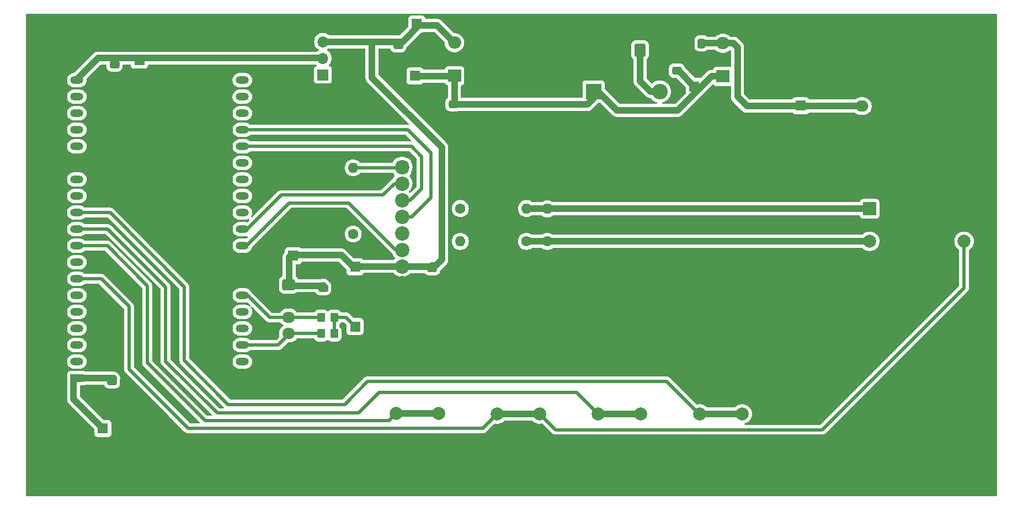
<source format=gbl>
G04 #@! TF.GenerationSoftware,KiCad,Pcbnew,8.0.3*
G04 #@! TF.CreationDate,2024-07-01T22:09:14+02:00*
G04 #@! TF.ProjectId,VFO na esp32,56464f20-6e61-4206-9573-7033322e6b69,rev?*
G04 #@! TF.SameCoordinates,Original*
G04 #@! TF.FileFunction,Copper,L2,Bot*
G04 #@! TF.FilePolarity,Positive*
%FSLAX46Y46*%
G04 Gerber Fmt 4.6, Leading zero omitted, Abs format (unit mm)*
G04 Created by KiCad (PCBNEW 8.0.3) date 2024-07-01 22:09:14*
%MOMM*%
%LPD*%
G01*
G04 APERTURE LIST*
G04 Aperture macros list*
%AMRoundRect*
0 Rectangle with rounded corners*
0 $1 Rounding radius*
0 $2 $3 $4 $5 $6 $7 $8 $9 X,Y pos of 4 corners*
0 Add a 4 corners polygon primitive as box body*
4,1,4,$2,$3,$4,$5,$6,$7,$8,$9,$2,$3,0*
0 Add four circle primitives for the rounded corners*
1,1,$1+$1,$2,$3*
1,1,$1+$1,$4,$5*
1,1,$1+$1,$6,$7*
1,1,$1+$1,$8,$9*
0 Add four rect primitives between the rounded corners*
20,1,$1+$1,$2,$3,$4,$5,0*
20,1,$1+$1,$4,$5,$6,$7,0*
20,1,$1+$1,$6,$7,$8,$9,0*
20,1,$1+$1,$8,$9,$2,$3,0*%
G04 Aperture macros list end*
G04 #@! TA.AperFunction,ComponentPad*
%ADD10R,1.600000X1.600000*%
G04 #@! TD*
G04 #@! TA.AperFunction,ComponentPad*
%ADD11C,1.600000*%
G04 #@! TD*
G04 #@! TA.AperFunction,ComponentPad*
%ADD12C,2.200000*%
G04 #@! TD*
G04 #@! TA.AperFunction,ComponentPad*
%ADD13R,1.700000X1.700000*%
G04 #@! TD*
G04 #@! TA.AperFunction,ComponentPad*
%ADD14O,1.700000X1.700000*%
G04 #@! TD*
G04 #@! TA.AperFunction,ComponentPad*
%ADD15C,5.000000*%
G04 #@! TD*
G04 #@! TA.AperFunction,ComponentPad*
%ADD16O,1.600000X1.600000*%
G04 #@! TD*
G04 #@! TA.AperFunction,ComponentPad*
%ADD17C,7.000000*%
G04 #@! TD*
G04 #@! TA.AperFunction,ComponentPad*
%ADD18R,2.000000X2.000000*%
G04 #@! TD*
G04 #@! TA.AperFunction,ComponentPad*
%ADD19C,2.000000*%
G04 #@! TD*
G04 #@! TA.AperFunction,ComponentPad*
%ADD20R,3.200000X2.000000*%
G04 #@! TD*
G04 #@! TA.AperFunction,ComponentPad*
%ADD21R,2.400000X2.400000*%
G04 #@! TD*
G04 #@! TA.AperFunction,ComponentPad*
%ADD22O,2.400000X2.400000*%
G04 #@! TD*
G04 #@! TA.AperFunction,ComponentPad*
%ADD23RoundRect,0.250000X0.750000X-0.600000X0.750000X0.600000X-0.750000X0.600000X-0.750000X-0.600000X0*%
G04 #@! TD*
G04 #@! TA.AperFunction,ComponentPad*
%ADD24O,2.000000X1.700000*%
G04 #@! TD*
G04 #@! TA.AperFunction,ComponentPad*
%ADD25RoundRect,0.250000X0.600000X0.750000X-0.600000X0.750000X-0.600000X-0.750000X0.600000X-0.750000X0*%
G04 #@! TD*
G04 #@! TA.AperFunction,ComponentPad*
%ADD26O,1.700000X2.000000*%
G04 #@! TD*
G04 #@! TA.AperFunction,ComponentPad*
%ADD27R,2.000000X1.200000*%
G04 #@! TD*
G04 #@! TA.AperFunction,ComponentPad*
%ADD28O,2.000000X1.200000*%
G04 #@! TD*
G04 #@! TA.AperFunction,ComponentPad*
%ADD29R,2.000000X1.905000*%
G04 #@! TD*
G04 #@! TA.AperFunction,ComponentPad*
%ADD30O,2.000000X1.905000*%
G04 #@! TD*
G04 #@! TA.AperFunction,SMDPad,CuDef*
%ADD31RoundRect,0.250000X0.475000X-0.337500X0.475000X0.337500X-0.475000X0.337500X-0.475000X-0.337500X0*%
G04 #@! TD*
G04 #@! TA.AperFunction,SMDPad,CuDef*
%ADD32RoundRect,0.250000X0.337500X0.475000X-0.337500X0.475000X-0.337500X-0.475000X0.337500X-0.475000X0*%
G04 #@! TD*
G04 #@! TA.AperFunction,SMDPad,CuDef*
%ADD33RoundRect,0.250000X-0.475000X0.337500X-0.475000X-0.337500X0.475000X-0.337500X0.475000X0.337500X0*%
G04 #@! TD*
G04 #@! TA.AperFunction,SMDPad,CuDef*
%ADD34RoundRect,0.250000X0.350000X0.450000X-0.350000X0.450000X-0.350000X-0.450000X0.350000X-0.450000X0*%
G04 #@! TD*
G04 #@! TA.AperFunction,ComponentPad*
%ADD35RoundRect,0.250000X-0.725000X0.600000X-0.725000X-0.600000X0.725000X-0.600000X0.725000X0.600000X0*%
G04 #@! TD*
G04 #@! TA.AperFunction,ComponentPad*
%ADD36O,1.950000X1.700000*%
G04 #@! TD*
G04 #@! TA.AperFunction,Conductor*
%ADD37C,0.500000*%
G04 #@! TD*
G04 #@! TA.AperFunction,Conductor*
%ADD38C,1.000000*%
G04 #@! TD*
G04 APERTURE END LIST*
D10*
X113800000Y-67900000D03*
D11*
X113800000Y-62900000D03*
D12*
X154100000Y-84300000D03*
X154100000Y-86840000D03*
X154100000Y-89380000D03*
X154100000Y-91920000D03*
X154100000Y-94460000D03*
X154100000Y-97000000D03*
X154100000Y-99540000D03*
X154100000Y-102080000D03*
D10*
X146900000Y-99600000D03*
D11*
X146900000Y-104600000D03*
D10*
X156070000Y-70307349D03*
D11*
X156070000Y-73807349D03*
D13*
X141970000Y-70155000D03*
D14*
X141970000Y-67615000D03*
X141970000Y-65075000D03*
D15*
X239000000Y-129000000D03*
D11*
X176400000Y-95700000D03*
D16*
X176400000Y-105700000D03*
D10*
X108200000Y-124400000D03*
D11*
X113200000Y-124400000D03*
D15*
X102000000Y-66000000D03*
D17*
X177950000Y-67810000D03*
D13*
X154125000Y-84325000D03*
D14*
X154125000Y-86865000D03*
X154125000Y-89405000D03*
X154125000Y-91945000D03*
X154125000Y-94485000D03*
X154125000Y-97025000D03*
X154125000Y-99565000D03*
X154125000Y-102105000D03*
D18*
X225850000Y-90700000D03*
D19*
X225850000Y-95700000D03*
X225850000Y-93200000D03*
D20*
X233350000Y-87600000D03*
X233350000Y-98800000D03*
D19*
X240350000Y-95700000D03*
X240350000Y-90700000D03*
X159700000Y-126610000D03*
X153200000Y-126610000D03*
X159700000Y-122110000D03*
X153200000Y-122110000D03*
X190730000Y-126700000D03*
X184230000Y-126700000D03*
X190730000Y-122200000D03*
X184230000Y-122200000D03*
D21*
X183500000Y-72720000D03*
D22*
X193660000Y-72720000D03*
D10*
X156360000Y-62360000D03*
D11*
X156360000Y-67360000D03*
D23*
X224670000Y-77460000D03*
D24*
X224670000Y-74960000D03*
D11*
X146600000Y-94580000D03*
D16*
X146600000Y-84420000D03*
D19*
X175200000Y-126670000D03*
X168700000Y-126670000D03*
X175200000Y-122170000D03*
X168700000Y-122170000D03*
D11*
X163050000Y-90670000D03*
D16*
X173210000Y-90670000D03*
D25*
X190600000Y-66360000D03*
D26*
X188100000Y-66360000D03*
D17*
X219150000Y-67830000D03*
D10*
X215260000Y-74890000D03*
D11*
X215260000Y-79890000D03*
D15*
X203000000Y-80100000D03*
D10*
X137400000Y-97900000D03*
D11*
X137400000Y-92900000D03*
D15*
X239000000Y-66000000D03*
D11*
X176400000Y-80720000D03*
D16*
X176400000Y-90720000D03*
D15*
X102000000Y-129000000D03*
D10*
X198950000Y-71950000D03*
D11*
X198950000Y-68450000D03*
D10*
X146910000Y-108770000D03*
D11*
X146910000Y-113770000D03*
X173200000Y-95700000D03*
D16*
X163040000Y-95700000D03*
D15*
X202900000Y-106700000D03*
D19*
X206290000Y-126670000D03*
X199790000Y-126670000D03*
X206290000Y-122170000D03*
X199790000Y-122170000D03*
D27*
X104200000Y-116703440D03*
D28*
X104200000Y-114163440D03*
X104200000Y-111623440D03*
X104200000Y-109083440D03*
X104200000Y-106543440D03*
X104200000Y-104003440D03*
X104200000Y-101463440D03*
X104200000Y-98923440D03*
X104200000Y-96383440D03*
X104200000Y-93843440D03*
X104200000Y-91303440D03*
X104200000Y-88763440D03*
X104200000Y-86223440D03*
X104200000Y-83683440D03*
X104200000Y-81143440D03*
X104200000Y-78603440D03*
X104200000Y-76063440D03*
X104200000Y-73523440D03*
X104200000Y-70983440D03*
X129596320Y-70986160D03*
X129596320Y-73526160D03*
X129600000Y-76063440D03*
X129600000Y-78603440D03*
X129600000Y-81143440D03*
X129600000Y-83683440D03*
X129600000Y-86223440D03*
X129600000Y-88763440D03*
X129600000Y-91303440D03*
X129600000Y-93843440D03*
X129600000Y-96383440D03*
X129600000Y-98923440D03*
X129600000Y-101463440D03*
X129600000Y-104003440D03*
X129600000Y-106543440D03*
X129600000Y-109083440D03*
X129600000Y-111623440D03*
X129600000Y-114163440D03*
X129600000Y-116703440D03*
D29*
X162150000Y-70310000D03*
D30*
X162150000Y-67770000D03*
X162150000Y-65230000D03*
D31*
X196280000Y-69517500D03*
X196280000Y-67442500D03*
D32*
X200057500Y-65340000D03*
X197982500Y-65340000D03*
D33*
X142000000Y-102852500D03*
X142000000Y-104927500D03*
X109600000Y-117162500D03*
X109600000Y-119237500D03*
D29*
X203330000Y-70400000D03*
D30*
X203330000Y-67860000D03*
X203330000Y-65320000D03*
D34*
X143690000Y-107360000D03*
X141690000Y-107360000D03*
X143690000Y-109860000D03*
X141690000Y-109860000D03*
D33*
X162000000Y-74662500D03*
X162000000Y-76737500D03*
X153520000Y-65642500D03*
X153520000Y-67717500D03*
X158700000Y-99862500D03*
X158700000Y-101937500D03*
X110000000Y-68562500D03*
X110000000Y-70637500D03*
D35*
X136700000Y-102350000D03*
D36*
X136700000Y-104850000D03*
X136700000Y-107350000D03*
X136700000Y-109850000D03*
D37*
X200450000Y-126750000D02*
X200550000Y-126650000D01*
X240550000Y-90600000D02*
X240600000Y-90600000D01*
X184150000Y-126550000D02*
X184350000Y-126750000D01*
D38*
X199600000Y-72400000D02*
X201600000Y-70400000D01*
X196400000Y-75600000D02*
X187090000Y-75600000D01*
X196517500Y-69517500D02*
X198950000Y-71950000D01*
X162150000Y-70310000D02*
X162150000Y-74512500D01*
X161840000Y-70360000D02*
X156122651Y-70360000D01*
X183500000Y-72720000D02*
X183500000Y-73750000D01*
X184210000Y-72720000D02*
X183500000Y-72720000D01*
X183500000Y-73750000D02*
X182550000Y-74700000D01*
X201600000Y-70400000D02*
X203090000Y-70400000D01*
X187090000Y-75600000D02*
X184210000Y-72720000D01*
X182550000Y-74700000D02*
X162037500Y-74700000D01*
X199600000Y-72400000D02*
X196400000Y-75600000D01*
X162150000Y-74512500D02*
X162000000Y-74662500D01*
X156122651Y-70360000D02*
X156070000Y-70307349D01*
X196280000Y-69517500D02*
X196517500Y-69517500D01*
X162120000Y-65230000D02*
X159490000Y-62600000D01*
X141915000Y-102500000D02*
X137450000Y-102500000D01*
X160200000Y-98500000D02*
X160200000Y-81300000D01*
X144800000Y-97800000D02*
X138300000Y-97800000D01*
X162150000Y-65230000D02*
X162120000Y-65230000D01*
X154180000Y-65100000D02*
X149500000Y-65100000D01*
X156680000Y-62600000D02*
X154180000Y-65100000D01*
X146960000Y-99540000D02*
X146900000Y-99600000D01*
X159490000Y-62600000D02*
X156680000Y-62600000D01*
X159275000Y-99425000D02*
X160200000Y-98500000D01*
X142140000Y-65100000D02*
X142100000Y-65060000D01*
X136800000Y-98100000D02*
X136800000Y-102400000D01*
X138300000Y-97800000D02*
X137100000Y-97800000D01*
X154100000Y-99540000D02*
X146960000Y-99540000D01*
X137100000Y-97800000D02*
X136800000Y-98100000D01*
X160200000Y-81300000D02*
X149500000Y-70600000D01*
X158560000Y-99565000D02*
X158700000Y-99425000D01*
X149500000Y-70600000D02*
X149500000Y-65100000D01*
X142000000Y-102415000D02*
X141915000Y-102500000D01*
X158700000Y-99425000D02*
X159275000Y-99425000D01*
X146600000Y-99600000D02*
X144800000Y-97800000D01*
X146900000Y-99600000D02*
X146600000Y-99600000D01*
X154125000Y-99565000D02*
X158560000Y-99565000D01*
X149500000Y-65100000D02*
X142140000Y-65100000D01*
X103700000Y-117203440D02*
X104200000Y-116703440D01*
D37*
X143690000Y-109860000D02*
X143690000Y-107360000D01*
D38*
X104200000Y-116703440D02*
X109828440Y-116703440D01*
X104328440Y-116575000D02*
X104200000Y-116703440D01*
D37*
X145500000Y-107360000D02*
X143690000Y-107360000D01*
D38*
X104196560Y-116700000D02*
X104200000Y-116703440D01*
D37*
X146910000Y-108770000D02*
X145500000Y-107360000D01*
X109828440Y-116703440D02*
X109900000Y-116775000D01*
X104503440Y-116703440D02*
X104631880Y-116575000D01*
D38*
X103700000Y-119900000D02*
X103700000Y-117203440D01*
X104631880Y-116575000D02*
X104328440Y-116575000D01*
D37*
X104200000Y-116703440D02*
X104503440Y-116703440D01*
D38*
X108200000Y-124400000D02*
X103700000Y-119900000D01*
X205580000Y-73530000D02*
X207010000Y-74960000D01*
X207010000Y-74960000D02*
X224670000Y-74960000D01*
X205580000Y-65930000D02*
X205580000Y-73530000D01*
X200117500Y-65320000D02*
X204970000Y-65320000D01*
X204970000Y-65320000D02*
X205580000Y-65930000D01*
X199997500Y-65440000D02*
X200117500Y-65320000D01*
D37*
X173230000Y-90760000D02*
X173290000Y-90700000D01*
D38*
X173290000Y-90700000D02*
X225850000Y-90700000D01*
X225850000Y-95700000D02*
X173380000Y-95700000D01*
X193660000Y-72720000D02*
X192230000Y-72720000D01*
X193780000Y-72840000D02*
X193660000Y-72720000D01*
X190600000Y-71090000D02*
X190600000Y-66360000D01*
X192230000Y-72720000D02*
X190600000Y-71090000D01*
D37*
X153125000Y-97025000D02*
X154125000Y-97025000D01*
X145900000Y-89800000D02*
X153125000Y-97025000D01*
X136800000Y-89800000D02*
X145900000Y-89800000D01*
X130216560Y-96383440D02*
X136800000Y-89800000D01*
X129600000Y-96383440D02*
X130216560Y-96383440D01*
X153900000Y-94680000D02*
X153820000Y-94600000D01*
X129600000Y-81143440D02*
X155543440Y-81143440D01*
X157100000Y-87600000D02*
X155295000Y-89405000D01*
X155543440Y-81143440D02*
X157100000Y-82700000D01*
X157100000Y-82700000D02*
X157100000Y-87600000D01*
X155295000Y-89405000D02*
X154125000Y-89405000D01*
X155555000Y-91945000D02*
X154125000Y-91945000D01*
X155003440Y-78603440D02*
X158500000Y-82100000D01*
X158500000Y-89000000D02*
X155555000Y-91945000D01*
X129600000Y-78603440D02*
X155003440Y-78603440D01*
X158500000Y-82100000D02*
X158500000Y-89000000D01*
X166470000Y-124400000D02*
X168700000Y-122170000D01*
X112200000Y-115300000D02*
X121300000Y-124400000D01*
D38*
X175200000Y-122170000D02*
X168700000Y-122170000D01*
D37*
X121300000Y-124400000D02*
X166470000Y-124400000D01*
X107963440Y-101463440D02*
X112200000Y-105700000D01*
X240350000Y-102850000D02*
X218600000Y-124600000D01*
X177630000Y-124600000D02*
X175200000Y-122170000D01*
X112200000Y-105700000D02*
X112200000Y-115300000D01*
X104200000Y-101463440D02*
X107963440Y-101463440D01*
X218600000Y-124600000D02*
X177630000Y-124600000D01*
X240550000Y-95600000D02*
X240600000Y-95650000D01*
X240350000Y-95700000D02*
X240350000Y-102850000D01*
X191220000Y-122000000D02*
X191120000Y-121900000D01*
X108943440Y-93843440D02*
X117800000Y-102700000D01*
X117800000Y-102700000D02*
X117800000Y-114100000D01*
X180000000Y-118900000D02*
X180930000Y-118900000D01*
X147450000Y-122050000D02*
X150590000Y-118910000D01*
X104200000Y-93843440D02*
X108943440Y-93843440D01*
D38*
X190730000Y-122200000D02*
X184230000Y-122200000D01*
D37*
X125750000Y-122050000D02*
X147450000Y-122050000D01*
X150590000Y-118910000D02*
X179990000Y-118910000D01*
X179990000Y-118910000D02*
X180000000Y-118900000D01*
X117800000Y-114100000D02*
X125750000Y-122050000D01*
X180930000Y-118900000D02*
X184230000Y-122200000D01*
X148800000Y-117200000D02*
X194700000Y-117200000D01*
X194700000Y-117200000D02*
X199670000Y-122170000D01*
X120700000Y-102700000D02*
X120700000Y-114000000D01*
D38*
X206290000Y-122170000D02*
X199790000Y-122170000D01*
D37*
X200910000Y-122000000D02*
X200810000Y-121900000D01*
X127400000Y-120700000D02*
X145300000Y-120700000D01*
X109303440Y-91303440D02*
X120700000Y-102700000D01*
X200810000Y-121900000D02*
X200800000Y-121900000D01*
X120700000Y-114000000D02*
X127400000Y-120700000D01*
X199670000Y-122170000D02*
X199790000Y-122170000D01*
X145300000Y-120700000D02*
X148800000Y-117200000D01*
X104200000Y-91303440D02*
X109303440Y-91303440D01*
X104200000Y-96383440D02*
X108883440Y-96383440D01*
X115000000Y-114300000D02*
X123900000Y-123200000D01*
X123900000Y-123200000D02*
X152110000Y-123200000D01*
X152110000Y-123200000D02*
X153200000Y-122110000D01*
D38*
X159700000Y-122110000D02*
X154290000Y-122110000D01*
D37*
X115000000Y-102500000D02*
X115000000Y-114300000D01*
X108883440Y-96383440D02*
X115000000Y-102500000D01*
X153200000Y-122110000D02*
X154290000Y-122110000D01*
X146580000Y-84400000D02*
X154000000Y-84400000D01*
X153900000Y-84520000D02*
X153680000Y-84520000D01*
X146400000Y-84220000D02*
X146580000Y-84400000D01*
X154000000Y-84400000D02*
X154100000Y-84300000D01*
X130356560Y-93843440D02*
X129600000Y-93843440D01*
X152960000Y-86840000D02*
X151200000Y-88600000D01*
X151200000Y-88600000D02*
X135600000Y-88600000D01*
X135600000Y-88600000D02*
X130356560Y-93843440D01*
X154100000Y-86840000D02*
X152960000Y-86840000D01*
D38*
X104200000Y-70850000D02*
X104200000Y-70983440D01*
X142100000Y-67500000D02*
X142000000Y-67600000D01*
X107450000Y-67600000D02*
X104200000Y-70850000D01*
X115400000Y-67600000D02*
X107450000Y-67600000D01*
X142000000Y-67600000D02*
X114200000Y-67600000D01*
D37*
X141680000Y-107350000D02*
X141690000Y-107360000D01*
X129600000Y-104003440D02*
X130403440Y-104003440D01*
X130403440Y-104003440D02*
X133800000Y-107400000D01*
X136700000Y-107350000D02*
X141680000Y-107350000D01*
X133800000Y-107400000D02*
X136800000Y-107400000D01*
X141680000Y-109850000D02*
X141690000Y-109860000D01*
X141690000Y-109860000D02*
X140630000Y-109860000D01*
X135076560Y-111623440D02*
X136800000Y-109900000D01*
X136700000Y-109850000D02*
X141680000Y-109850000D01*
X140630000Y-109860000D02*
X140610000Y-109840000D01*
X129600000Y-111623440D02*
X135076560Y-111623440D01*
G04 #@! TA.AperFunction,Conductor*
G36*
X245342539Y-60820185D02*
G01*
X245388294Y-60872989D01*
X245399500Y-60924500D01*
X245399500Y-134675500D01*
X245379815Y-134742539D01*
X245327011Y-134788294D01*
X245275500Y-134799500D01*
X96524500Y-134799500D01*
X96457461Y-134779815D01*
X96411706Y-134727011D01*
X96400500Y-134675500D01*
X96400500Y-119998543D01*
X102699499Y-119998543D01*
X102737947Y-120191829D01*
X102737950Y-120191839D01*
X102813364Y-120373907D01*
X102813371Y-120373920D01*
X102922860Y-120537781D01*
X102922863Y-120537785D01*
X103066537Y-120681459D01*
X103066559Y-120681479D01*
X106863181Y-124478101D01*
X106896666Y-124539424D01*
X106899500Y-124565782D01*
X106899500Y-125247870D01*
X106899501Y-125247876D01*
X106905908Y-125307483D01*
X106956202Y-125442328D01*
X106956206Y-125442335D01*
X107042452Y-125557544D01*
X107042455Y-125557547D01*
X107157664Y-125643793D01*
X107157671Y-125643797D01*
X107292517Y-125694091D01*
X107292516Y-125694091D01*
X107299444Y-125694835D01*
X107352127Y-125700500D01*
X109047872Y-125700499D01*
X109107483Y-125694091D01*
X109242331Y-125643796D01*
X109357546Y-125557546D01*
X109443796Y-125442331D01*
X109494091Y-125307483D01*
X109500500Y-125247873D01*
X109500499Y-123552128D01*
X109494091Y-123492517D01*
X109470950Y-123430474D01*
X109443797Y-123357671D01*
X109443793Y-123357664D01*
X109357547Y-123242455D01*
X109357544Y-123242452D01*
X109242335Y-123156206D01*
X109242328Y-123156202D01*
X109107482Y-123105908D01*
X109107483Y-123105908D01*
X109047883Y-123099501D01*
X109047881Y-123099500D01*
X109047873Y-123099500D01*
X109047865Y-123099500D01*
X108365782Y-123099500D01*
X108298743Y-123079815D01*
X108278101Y-123063181D01*
X104736819Y-119521899D01*
X104703334Y-119460576D01*
X104700500Y-119434218D01*
X104700500Y-117927939D01*
X104720185Y-117860900D01*
X104772989Y-117815145D01*
X104824500Y-117803939D01*
X105247871Y-117803939D01*
X105247872Y-117803939D01*
X105307483Y-117797531D01*
X105442331Y-117747236D01*
X105467128Y-117728673D01*
X105532592Y-117704256D01*
X105541439Y-117703940D01*
X108312407Y-117703940D01*
X108379446Y-117723625D01*
X108425201Y-117776429D01*
X108430112Y-117788934D01*
X108438798Y-117815145D01*
X108440186Y-117819334D01*
X108532288Y-117968656D01*
X108656344Y-118092712D01*
X108805666Y-118184814D01*
X108972203Y-118239999D01*
X109074991Y-118250500D01*
X110125008Y-118250499D01*
X110125016Y-118250498D01*
X110125019Y-118250498D01*
X110181302Y-118244748D01*
X110227797Y-118239999D01*
X110394334Y-118184814D01*
X110543656Y-118092712D01*
X110667712Y-117968656D01*
X110759814Y-117819334D01*
X110814999Y-117652797D01*
X110825500Y-117550009D01*
X110825499Y-116831492D01*
X110827883Y-116807297D01*
X110828940Y-116801984D01*
X110828940Y-116604896D01*
X110790492Y-116411610D01*
X110790491Y-116411609D01*
X110790491Y-116411605D01*
X110790489Y-116411600D01*
X110715075Y-116229532D01*
X110715068Y-116229519D01*
X110605579Y-116065658D01*
X110605576Y-116065654D01*
X110466225Y-115926303D01*
X110466221Y-115926300D01*
X110302360Y-115816811D01*
X110302347Y-115816804D01*
X110120279Y-115741390D01*
X110120269Y-115741387D01*
X109926983Y-115702940D01*
X109926981Y-115702940D01*
X105541439Y-115702940D01*
X105474400Y-115683255D01*
X105467128Y-115678207D01*
X105442331Y-115659644D01*
X105442328Y-115659642D01*
X105307482Y-115609348D01*
X105307483Y-115609348D01*
X105247883Y-115602941D01*
X105247881Y-115602940D01*
X105247873Y-115602940D01*
X105247865Y-115602940D01*
X104885608Y-115602940D01*
X104861417Y-115600557D01*
X104818378Y-115591996D01*
X104730423Y-115574500D01*
X104730421Y-115574500D01*
X104433115Y-115574500D01*
X104433095Y-115574499D01*
X104426981Y-115574499D01*
X104229900Y-115574499D01*
X104229896Y-115574499D01*
X104098895Y-115600557D01*
X104074704Y-115602940D01*
X103152129Y-115602940D01*
X103152123Y-115602941D01*
X103092516Y-115609348D01*
X102957671Y-115659642D01*
X102957664Y-115659646D01*
X102842455Y-115745892D01*
X102842452Y-115745895D01*
X102756206Y-115861104D01*
X102756202Y-115861111D01*
X102705908Y-115995957D01*
X102699501Y-116055556D01*
X102699500Y-116055567D01*
X102699500Y-117104894D01*
X102699500Y-117104899D01*
X102699500Y-119998541D01*
X102699500Y-119998543D01*
X102699499Y-119998543D01*
X96400500Y-119998543D01*
X96400500Y-114076829D01*
X102699500Y-114076829D01*
X102699500Y-114250050D01*
X102719118Y-114373918D01*
X102726598Y-114421141D01*
X102780127Y-114585885D01*
X102858768Y-114740228D01*
X102960586Y-114880368D01*
X103083072Y-115002854D01*
X103223212Y-115104672D01*
X103377555Y-115183313D01*
X103542299Y-115236842D01*
X103713389Y-115263940D01*
X103713390Y-115263940D01*
X104686610Y-115263940D01*
X104686611Y-115263940D01*
X104857701Y-115236842D01*
X105022445Y-115183313D01*
X105176788Y-115104672D01*
X105316928Y-115002854D01*
X105439414Y-114880368D01*
X105541232Y-114740228D01*
X105619873Y-114585885D01*
X105673402Y-114421141D01*
X105700500Y-114250051D01*
X105700500Y-114076829D01*
X105673402Y-113905739D01*
X105619873Y-113740995D01*
X105541232Y-113586652D01*
X105439414Y-113446512D01*
X105316928Y-113324026D01*
X105176788Y-113222208D01*
X105022445Y-113143567D01*
X104857701Y-113090038D01*
X104857699Y-113090037D01*
X104857698Y-113090037D01*
X104726271Y-113069221D01*
X104686611Y-113062940D01*
X103713389Y-113062940D01*
X103673728Y-113069221D01*
X103542302Y-113090037D01*
X103377552Y-113143568D01*
X103223211Y-113222208D01*
X103143256Y-113280299D01*
X103083072Y-113324026D01*
X103083070Y-113324028D01*
X103083069Y-113324028D01*
X102960588Y-113446509D01*
X102960588Y-113446510D01*
X102960586Y-113446512D01*
X102916859Y-113506696D01*
X102858768Y-113586651D01*
X102780128Y-113740992D01*
X102726597Y-113905742D01*
X102699500Y-114076829D01*
X96400500Y-114076829D01*
X96400500Y-111536829D01*
X102699500Y-111536829D01*
X102699500Y-111710051D01*
X102726598Y-111881141D01*
X102780127Y-112045885D01*
X102858768Y-112200228D01*
X102960586Y-112340368D01*
X103083072Y-112462854D01*
X103223212Y-112564672D01*
X103377555Y-112643313D01*
X103542299Y-112696842D01*
X103713389Y-112723940D01*
X103713390Y-112723940D01*
X104686610Y-112723940D01*
X104686611Y-112723940D01*
X104857701Y-112696842D01*
X105022445Y-112643313D01*
X105176788Y-112564672D01*
X105316928Y-112462854D01*
X105439414Y-112340368D01*
X105541232Y-112200228D01*
X105619873Y-112045885D01*
X105673402Y-111881141D01*
X105700500Y-111710051D01*
X105700500Y-111536829D01*
X105673402Y-111365739D01*
X105619873Y-111200995D01*
X105541232Y-111046652D01*
X105439414Y-110906512D01*
X105316928Y-110784026D01*
X105176788Y-110682208D01*
X105022445Y-110603567D01*
X104857701Y-110550038D01*
X104857699Y-110550037D01*
X104857698Y-110550037D01*
X104726271Y-110529221D01*
X104686611Y-110522940D01*
X103713389Y-110522940D01*
X103673728Y-110529221D01*
X103542302Y-110550037D01*
X103377552Y-110603568D01*
X103223211Y-110682208D01*
X103157724Y-110729788D01*
X103083072Y-110784026D01*
X103083070Y-110784028D01*
X103083069Y-110784028D01*
X102960588Y-110906509D01*
X102960588Y-110906510D01*
X102960586Y-110906512D01*
X102916859Y-110966696D01*
X102858768Y-111046651D01*
X102780128Y-111200992D01*
X102726597Y-111365742D01*
X102699500Y-111536829D01*
X96400500Y-111536829D01*
X96400500Y-108996829D01*
X102699500Y-108996829D01*
X102699500Y-109170050D01*
X102713303Y-109257203D01*
X102726598Y-109341141D01*
X102780127Y-109505885D01*
X102858768Y-109660228D01*
X102960586Y-109800368D01*
X103083072Y-109922854D01*
X103223212Y-110024672D01*
X103377555Y-110103313D01*
X103542299Y-110156842D01*
X103713389Y-110183940D01*
X103713390Y-110183940D01*
X104686610Y-110183940D01*
X104686611Y-110183940D01*
X104857701Y-110156842D01*
X105022445Y-110103313D01*
X105176788Y-110024672D01*
X105316928Y-109922854D01*
X105439414Y-109800368D01*
X105541232Y-109660228D01*
X105619873Y-109505885D01*
X105673402Y-109341141D01*
X105700500Y-109170051D01*
X105700500Y-108996829D01*
X105673402Y-108825739D01*
X105619873Y-108660995D01*
X105541232Y-108506652D01*
X105439414Y-108366512D01*
X105316928Y-108244026D01*
X105176788Y-108142208D01*
X105022445Y-108063567D01*
X104857701Y-108010038D01*
X104857699Y-108010037D01*
X104857698Y-108010037D01*
X104726271Y-107989221D01*
X104686611Y-107982940D01*
X103713389Y-107982940D01*
X103673728Y-107989221D01*
X103542302Y-108010037D01*
X103377552Y-108063568D01*
X103223211Y-108142208D01*
X103185781Y-108169403D01*
X103083072Y-108244026D01*
X103083070Y-108244028D01*
X103083069Y-108244028D01*
X102960588Y-108366509D01*
X102960588Y-108366510D01*
X102960586Y-108366512D01*
X102934287Y-108402710D01*
X102858768Y-108506651D01*
X102780128Y-108660992D01*
X102726597Y-108825742D01*
X102699500Y-108996829D01*
X96400500Y-108996829D01*
X96400500Y-106456829D01*
X102699500Y-106456829D01*
X102699500Y-106630051D01*
X102707677Y-106681679D01*
X102722782Y-106777052D01*
X102726598Y-106801141D01*
X102780127Y-106965885D01*
X102858768Y-107120228D01*
X102960586Y-107260368D01*
X103083072Y-107382854D01*
X103223212Y-107484672D01*
X103377555Y-107563313D01*
X103542299Y-107616842D01*
X103713389Y-107643940D01*
X103713390Y-107643940D01*
X104686610Y-107643940D01*
X104686611Y-107643940D01*
X104857701Y-107616842D01*
X105022445Y-107563313D01*
X105176788Y-107484672D01*
X105316928Y-107382854D01*
X105439414Y-107260368D01*
X105541232Y-107120228D01*
X105619873Y-106965885D01*
X105673402Y-106801141D01*
X105700500Y-106630051D01*
X105700500Y-106456829D01*
X105673402Y-106285739D01*
X105619873Y-106120995D01*
X105541232Y-105966652D01*
X105439414Y-105826512D01*
X105316928Y-105704026D01*
X105176788Y-105602208D01*
X105022445Y-105523567D01*
X104857701Y-105470038D01*
X104857699Y-105470037D01*
X104857698Y-105470037D01*
X104726271Y-105449221D01*
X104686611Y-105442940D01*
X103713389Y-105442940D01*
X103673728Y-105449221D01*
X103542302Y-105470037D01*
X103377552Y-105523568D01*
X103223211Y-105602208D01*
X103190352Y-105626082D01*
X103083072Y-105704026D01*
X103083070Y-105704028D01*
X103083069Y-105704028D01*
X102960588Y-105826509D01*
X102960588Y-105826510D01*
X102960586Y-105826512D01*
X102947728Y-105844210D01*
X102858768Y-105966651D01*
X102780128Y-106120992D01*
X102726597Y-106285742D01*
X102721601Y-106317288D01*
X102699500Y-106456829D01*
X96400500Y-106456829D01*
X96400500Y-103916829D01*
X102699500Y-103916829D01*
X102699500Y-104090051D01*
X102726598Y-104261141D01*
X102780127Y-104425885D01*
X102858768Y-104580228D01*
X102960586Y-104720368D01*
X103083072Y-104842854D01*
X103223212Y-104944672D01*
X103377555Y-105023313D01*
X103542299Y-105076842D01*
X103713389Y-105103940D01*
X103713390Y-105103940D01*
X104686610Y-105103940D01*
X104686611Y-105103940D01*
X104857701Y-105076842D01*
X105022445Y-105023313D01*
X105176788Y-104944672D01*
X105316928Y-104842854D01*
X105439414Y-104720368D01*
X105541232Y-104580228D01*
X105619873Y-104425885D01*
X105673402Y-104261141D01*
X105700500Y-104090051D01*
X105700500Y-103916829D01*
X105673402Y-103745739D01*
X105619873Y-103580995D01*
X105541232Y-103426652D01*
X105439414Y-103286512D01*
X105316928Y-103164026D01*
X105176788Y-103062208D01*
X105022445Y-102983567D01*
X104857701Y-102930038D01*
X104857699Y-102930037D01*
X104857698Y-102930037D01*
X104726271Y-102909221D01*
X104686611Y-102902940D01*
X103713389Y-102902940D01*
X103673728Y-102909221D01*
X103542302Y-102930037D01*
X103377552Y-102983568D01*
X103223211Y-103062208D01*
X103167346Y-103102797D01*
X103083072Y-103164026D01*
X103083070Y-103164028D01*
X103083069Y-103164028D01*
X102960588Y-103286509D01*
X102960588Y-103286510D01*
X102960586Y-103286512D01*
X102930137Y-103328421D01*
X102858768Y-103426651D01*
X102780128Y-103580992D01*
X102726597Y-103745742D01*
X102699500Y-103916829D01*
X96400500Y-103916829D01*
X96400500Y-98836829D01*
X102699500Y-98836829D01*
X102699500Y-99010050D01*
X102720682Y-99143793D01*
X102726598Y-99181141D01*
X102780127Y-99345885D01*
X102858768Y-99500228D01*
X102960586Y-99640368D01*
X103083072Y-99762854D01*
X103223212Y-99864672D01*
X103377555Y-99943313D01*
X103542299Y-99996842D01*
X103713389Y-100023940D01*
X103713390Y-100023940D01*
X104686610Y-100023940D01*
X104686611Y-100023940D01*
X104857701Y-99996842D01*
X105022445Y-99943313D01*
X105176788Y-99864672D01*
X105316928Y-99762854D01*
X105439414Y-99640368D01*
X105541232Y-99500228D01*
X105619873Y-99345885D01*
X105673402Y-99181141D01*
X105700500Y-99010051D01*
X105700500Y-98836829D01*
X105673402Y-98665739D01*
X105619873Y-98500995D01*
X105541232Y-98346652D01*
X105439414Y-98206512D01*
X105316928Y-98084026D01*
X105176788Y-97982208D01*
X105022445Y-97903567D01*
X104857701Y-97850038D01*
X104857699Y-97850037D01*
X104857698Y-97850037D01*
X104726271Y-97829221D01*
X104686611Y-97822940D01*
X103713389Y-97822940D01*
X103673728Y-97829221D01*
X103542302Y-97850037D01*
X103377552Y-97903568D01*
X103223211Y-97982208D01*
X103196722Y-98001454D01*
X103083072Y-98084026D01*
X103083070Y-98084028D01*
X103083069Y-98084028D01*
X102960588Y-98206509D01*
X102960588Y-98206510D01*
X102960586Y-98206512D01*
X102940457Y-98234217D01*
X102858768Y-98346651D01*
X102780128Y-98500992D01*
X102726597Y-98665742D01*
X102699500Y-98836829D01*
X96400500Y-98836829D01*
X96400500Y-91216829D01*
X102699500Y-91216829D01*
X102699500Y-91390050D01*
X102718361Y-91509139D01*
X102726598Y-91561141D01*
X102779165Y-91722925D01*
X102780128Y-91725887D01*
X102817958Y-91800134D01*
X102858768Y-91880228D01*
X102960586Y-92020368D01*
X103083072Y-92142854D01*
X103223212Y-92244672D01*
X103377555Y-92323313D01*
X103542299Y-92376842D01*
X103713389Y-92403940D01*
X103713390Y-92403940D01*
X104686610Y-92403940D01*
X104686611Y-92403940D01*
X104857701Y-92376842D01*
X105022445Y-92323313D01*
X105176788Y-92244672D01*
X105316928Y-92142854D01*
X105369523Y-92090259D01*
X105430846Y-92056774D01*
X105457204Y-92053940D01*
X108941210Y-92053940D01*
X109008249Y-92073625D01*
X109028891Y-92090259D01*
X119913181Y-102974549D01*
X119946666Y-103035872D01*
X119949500Y-103062229D01*
X119949500Y-114073918D01*
X119949500Y-114073920D01*
X119949499Y-114073920D01*
X119978340Y-114218907D01*
X119978343Y-114218917D01*
X120034913Y-114355490D01*
X120034914Y-114355491D01*
X120034916Y-114355495D01*
X120047225Y-114373916D01*
X120047226Y-114373918D01*
X120117051Y-114478420D01*
X126726450Y-121087819D01*
X126759935Y-121149142D01*
X126754951Y-121218834D01*
X126713079Y-121274767D01*
X126647615Y-121299184D01*
X126638769Y-121299500D01*
X126112230Y-121299500D01*
X126045191Y-121279815D01*
X126024549Y-121263181D01*
X118586819Y-113825451D01*
X118553334Y-113764128D01*
X118550500Y-113737770D01*
X118550500Y-102626079D01*
X118521659Y-102481092D01*
X118521658Y-102481088D01*
X118521658Y-102481087D01*
X118473135Y-102363941D01*
X118465087Y-102344511D01*
X118465080Y-102344498D01*
X118382952Y-102221585D01*
X118341735Y-102180368D01*
X118278416Y-102117049D01*
X109421856Y-93260488D01*
X109421855Y-93260487D01*
X109421853Y-93260485D01*
X109367373Y-93224085D01*
X109347935Y-93211097D01*
X109298935Y-93178356D01*
X109298934Y-93178355D01*
X109298932Y-93178354D01*
X109298930Y-93178353D01*
X109162357Y-93121783D01*
X109162347Y-93121780D01*
X109017360Y-93092940D01*
X109017358Y-93092940D01*
X105457204Y-93092940D01*
X105390165Y-93073255D01*
X105369523Y-93056621D01*
X105316930Y-93004028D01*
X105316928Y-93004026D01*
X105176788Y-92902208D01*
X105022445Y-92823567D01*
X104857701Y-92770038D01*
X104857699Y-92770037D01*
X104857698Y-92770037D01*
X104726271Y-92749221D01*
X104686611Y-92742940D01*
X103713389Y-92742940D01*
X103673728Y-92749221D01*
X103542302Y-92770037D01*
X103377552Y-92823568D01*
X103223211Y-92902208D01*
X103143256Y-92960299D01*
X103083072Y-93004026D01*
X103083070Y-93004028D01*
X103083069Y-93004028D01*
X102960588Y-93126509D01*
X102960588Y-93126510D01*
X102960586Y-93126512D01*
X102922919Y-93178356D01*
X102858768Y-93266651D01*
X102780128Y-93420992D01*
X102726597Y-93585742D01*
X102703569Y-93731140D01*
X102699500Y-93756829D01*
X102699500Y-93930051D01*
X102726598Y-94101141D01*
X102780127Y-94265885D01*
X102858768Y-94420228D01*
X102960586Y-94560368D01*
X103083072Y-94682854D01*
X103223212Y-94784672D01*
X103377555Y-94863313D01*
X103542299Y-94916842D01*
X103713389Y-94943940D01*
X103713390Y-94943940D01*
X104686610Y-94943940D01*
X104686611Y-94943940D01*
X104857701Y-94916842D01*
X105022445Y-94863313D01*
X105176788Y-94784672D01*
X105316928Y-94682854D01*
X105369523Y-94630259D01*
X105430846Y-94596774D01*
X105457204Y-94593940D01*
X108581210Y-94593940D01*
X108648249Y-94613625D01*
X108668891Y-94630259D01*
X117013181Y-102974548D01*
X117046666Y-103035871D01*
X117049500Y-103062229D01*
X117049500Y-114173918D01*
X117049500Y-114173920D01*
X117049499Y-114173920D01*
X117078340Y-114318907D01*
X117078343Y-114318917D01*
X117134914Y-114455492D01*
X117167812Y-114504727D01*
X117167813Y-114504730D01*
X117217046Y-114578414D01*
X117217052Y-114578421D01*
X124876451Y-122237819D01*
X124909936Y-122299142D01*
X124904952Y-122368834D01*
X124863080Y-122424767D01*
X124797616Y-122449184D01*
X124788770Y-122449500D01*
X124262230Y-122449500D01*
X124195191Y-122429815D01*
X124174549Y-122413181D01*
X115786819Y-114025451D01*
X115753334Y-113964128D01*
X115750500Y-113937770D01*
X115750500Y-102426079D01*
X115721659Y-102281092D01*
X115721658Y-102281091D01*
X115721658Y-102281087D01*
X115710406Y-102253922D01*
X115665087Y-102144511D01*
X115665080Y-102144498D01*
X115582952Y-102021585D01*
X115582951Y-102021584D01*
X115478416Y-101917049D01*
X109361856Y-95800488D01*
X109361855Y-95800487D01*
X109361853Y-95800485D01*
X109309916Y-95765784D01*
X109287935Y-95751097D01*
X109238935Y-95718356D01*
X109238934Y-95718355D01*
X109238932Y-95718354D01*
X109238930Y-95718353D01*
X109102357Y-95661783D01*
X109102347Y-95661780D01*
X108957360Y-95632940D01*
X108957358Y-95632940D01*
X105457204Y-95632940D01*
X105390165Y-95613255D01*
X105369523Y-95596621D01*
X105316930Y-95544028D01*
X105316928Y-95544026D01*
X105176788Y-95442208D01*
X105022445Y-95363567D01*
X104857701Y-95310038D01*
X104857699Y-95310037D01*
X104857698Y-95310037D01*
X104726271Y-95289221D01*
X104686611Y-95282940D01*
X103713389Y-95282940D01*
X103673728Y-95289221D01*
X103542302Y-95310037D01*
X103377552Y-95363568D01*
X103223211Y-95442208D01*
X103143256Y-95500299D01*
X103083072Y-95544026D01*
X103083070Y-95544028D01*
X103083069Y-95544028D01*
X102960588Y-95666509D01*
X102960588Y-95666510D01*
X102960586Y-95666512D01*
X102922919Y-95718356D01*
X102858768Y-95806651D01*
X102780128Y-95960992D01*
X102726597Y-96125742D01*
X102699500Y-96296829D01*
X102699500Y-96470050D01*
X102721017Y-96605908D01*
X102726598Y-96641141D01*
X102778052Y-96799500D01*
X102780128Y-96805887D01*
X102796463Y-96837947D01*
X102858768Y-96960228D01*
X102960586Y-97100368D01*
X103083072Y-97222854D01*
X103223212Y-97324672D01*
X103377555Y-97403313D01*
X103542299Y-97456842D01*
X103713389Y-97483940D01*
X103713390Y-97483940D01*
X104686610Y-97483940D01*
X104686611Y-97483940D01*
X104857701Y-97456842D01*
X105022445Y-97403313D01*
X105176788Y-97324672D01*
X105316928Y-97222854D01*
X105369523Y-97170259D01*
X105430846Y-97136774D01*
X105457204Y-97133940D01*
X108521210Y-97133940D01*
X108588249Y-97153625D01*
X108608891Y-97170259D01*
X114213181Y-102774548D01*
X114246666Y-102835871D01*
X114249500Y-102862229D01*
X114249500Y-114373918D01*
X114278340Y-114518907D01*
X114278343Y-114518917D01*
X114334914Y-114655492D01*
X114367812Y-114704727D01*
X114367813Y-114704730D01*
X114417046Y-114778414D01*
X114417052Y-114778421D01*
X123076451Y-123437819D01*
X123109936Y-123499142D01*
X123104952Y-123568834D01*
X123063080Y-123624767D01*
X122997616Y-123649184D01*
X122988770Y-123649500D01*
X121662229Y-123649500D01*
X121595190Y-123629815D01*
X121574548Y-123613181D01*
X112986819Y-115025451D01*
X112953334Y-114964128D01*
X112950500Y-114937770D01*
X112950500Y-105626081D01*
X112944763Y-105597242D01*
X112944763Y-105597240D01*
X112930109Y-105523568D01*
X112921659Y-105481088D01*
X112867408Y-105350117D01*
X112865764Y-105345522D01*
X112782954Y-105221588D01*
X112782953Y-105221587D01*
X112782951Y-105221584D01*
X112678416Y-105117049D01*
X111651417Y-104090050D01*
X108441861Y-100880492D01*
X108441854Y-100880486D01*
X108368169Y-100831252D01*
X108368169Y-100831253D01*
X108318931Y-100798353D01*
X108182357Y-100741783D01*
X108182347Y-100741780D01*
X108037360Y-100712940D01*
X108037358Y-100712940D01*
X105457204Y-100712940D01*
X105390165Y-100693255D01*
X105369523Y-100676621D01*
X105316930Y-100624028D01*
X105316928Y-100624026D01*
X105176788Y-100522208D01*
X105022445Y-100443567D01*
X104857701Y-100390038D01*
X104857699Y-100390037D01*
X104857698Y-100390037D01*
X104726271Y-100369221D01*
X104686611Y-100362940D01*
X103713389Y-100362940D01*
X103673728Y-100369221D01*
X103542302Y-100390037D01*
X103377552Y-100443568D01*
X103223211Y-100522208D01*
X103198035Y-100540500D01*
X103083072Y-100624026D01*
X103083070Y-100624028D01*
X103083069Y-100624028D01*
X102960588Y-100746509D01*
X102960588Y-100746510D01*
X102960586Y-100746512D01*
X102952569Y-100757547D01*
X102858768Y-100886651D01*
X102780128Y-101040992D01*
X102726597Y-101205742D01*
X102699500Y-101376829D01*
X102699500Y-101550050D01*
X102713407Y-101637860D01*
X102726598Y-101721141D01*
X102780127Y-101885885D01*
X102858768Y-102040228D01*
X102960586Y-102180368D01*
X103083072Y-102302854D01*
X103223212Y-102404672D01*
X103377555Y-102483313D01*
X103542299Y-102536842D01*
X103713389Y-102563940D01*
X103713390Y-102563940D01*
X104686610Y-102563940D01*
X104686611Y-102563940D01*
X104857701Y-102536842D01*
X105022445Y-102483313D01*
X105176788Y-102404672D01*
X105316928Y-102302854D01*
X105369523Y-102250259D01*
X105430846Y-102216774D01*
X105457204Y-102213940D01*
X107601210Y-102213940D01*
X107668249Y-102233625D01*
X107688891Y-102250259D01*
X111413181Y-105974548D01*
X111446666Y-106035871D01*
X111449500Y-106062229D01*
X111449500Y-115373918D01*
X111449500Y-115373920D01*
X111449499Y-115373920D01*
X111478340Y-115518907D01*
X111478343Y-115518917D01*
X111534912Y-115655488D01*
X111534917Y-115655497D01*
X111542237Y-115666452D01*
X111556879Y-115688365D01*
X111556880Y-115688368D01*
X111617046Y-115778414D01*
X111617052Y-115778421D01*
X118446646Y-122608013D01*
X120717048Y-124878415D01*
X120717049Y-124878416D01*
X120821583Y-124982950D01*
X120821585Y-124982952D01*
X120944498Y-125065080D01*
X120944511Y-125065087D01*
X121081082Y-125121656D01*
X121081087Y-125121658D01*
X121081091Y-125121658D01*
X121081092Y-125121659D01*
X121226079Y-125150500D01*
X121226082Y-125150500D01*
X166543920Y-125150500D01*
X166641462Y-125131096D01*
X166688913Y-125121658D01*
X166825495Y-125065084D01*
X166874729Y-125032186D01*
X166948416Y-124982952D01*
X168260752Y-123670613D01*
X168322073Y-123637130D01*
X168368836Y-123635987D01*
X168575665Y-123670500D01*
X168575666Y-123670500D01*
X168824335Y-123670500D01*
X169069614Y-123629571D01*
X169304810Y-123548828D01*
X169523509Y-123430474D01*
X169719744Y-123277738D01*
X169754008Y-123240517D01*
X169781626Y-123210517D01*
X169841513Y-123174526D01*
X169872855Y-123170500D01*
X174027145Y-123170500D01*
X174094184Y-123190185D01*
X174118374Y-123210517D01*
X174180252Y-123277734D01*
X174180256Y-123277738D01*
X174376491Y-123430474D01*
X174595190Y-123548828D01*
X174830386Y-123629571D01*
X175075665Y-123670500D01*
X175324335Y-123670500D01*
X175389830Y-123659571D01*
X175531158Y-123635988D01*
X175600523Y-123644370D01*
X175639248Y-123670616D01*
X177151586Y-125182954D01*
X177181058Y-125202645D01*
X177225270Y-125232186D01*
X177274505Y-125265084D01*
X177274506Y-125265084D01*
X177274507Y-125265085D01*
X177274509Y-125265086D01*
X177376863Y-125307482D01*
X177411087Y-125321658D01*
X177411091Y-125321658D01*
X177411092Y-125321659D01*
X177556079Y-125350500D01*
X177556082Y-125350500D01*
X218673920Y-125350500D01*
X218771462Y-125331096D01*
X218818913Y-125321658D01*
X218955495Y-125265084D01*
X219004729Y-125232186D01*
X219004734Y-125232183D01*
X219029071Y-125215921D01*
X219078416Y-125182952D01*
X240932952Y-103328416D01*
X240985013Y-103250500D01*
X241015084Y-103205495D01*
X241071658Y-103068913D01*
X241100500Y-102923918D01*
X241100500Y-97073872D01*
X241120185Y-97006833D01*
X241165487Y-96964815D01*
X241173509Y-96960474D01*
X241369744Y-96807738D01*
X241538164Y-96624785D01*
X241674173Y-96416607D01*
X241774063Y-96188881D01*
X241835108Y-95947821D01*
X241835109Y-95947812D01*
X241855643Y-95700005D01*
X241855643Y-95699994D01*
X241835109Y-95452187D01*
X241835107Y-95452175D01*
X241774063Y-95211118D01*
X241674173Y-94983393D01*
X241538166Y-94775217D01*
X241464757Y-94695474D01*
X241369744Y-94592262D01*
X241173509Y-94439526D01*
X241173507Y-94439525D01*
X241173506Y-94439524D01*
X240954811Y-94321172D01*
X240954802Y-94321169D01*
X240719616Y-94240429D01*
X240474335Y-94199500D01*
X240225665Y-94199500D01*
X239980383Y-94240429D01*
X239745197Y-94321169D01*
X239745188Y-94321172D01*
X239526493Y-94439524D01*
X239330257Y-94592261D01*
X239161833Y-94775217D01*
X239025826Y-94983393D01*
X238925936Y-95211118D01*
X238864892Y-95452175D01*
X238864890Y-95452187D01*
X238844357Y-95699994D01*
X238844357Y-95700005D01*
X238864890Y-95947812D01*
X238864892Y-95947824D01*
X238925936Y-96188881D01*
X239025826Y-96416606D01*
X239161833Y-96624782D01*
X239161836Y-96624785D01*
X239330256Y-96807738D01*
X239526491Y-96960474D01*
X239534513Y-96964815D01*
X239584106Y-97014032D01*
X239599500Y-97073872D01*
X239599500Y-102487770D01*
X239579815Y-102554809D01*
X239563181Y-102575451D01*
X218325451Y-123813181D01*
X218264128Y-123846666D01*
X218237770Y-123849500D01*
X206762075Y-123849500D01*
X206695036Y-123829815D01*
X206649281Y-123777011D01*
X206639337Y-123707853D01*
X206668362Y-123644297D01*
X206721812Y-123608219D01*
X206812716Y-123577011D01*
X206894810Y-123548828D01*
X207113509Y-123430474D01*
X207309744Y-123277738D01*
X207478164Y-123094785D01*
X207614173Y-122886607D01*
X207714063Y-122658881D01*
X207775108Y-122417821D01*
X207775109Y-122417812D01*
X207795643Y-122170005D01*
X207795643Y-122169994D01*
X207775109Y-121922187D01*
X207775107Y-121922175D01*
X207714063Y-121681118D01*
X207614173Y-121453393D01*
X207478166Y-121245217D01*
X207408463Y-121169500D01*
X207309744Y-121062262D01*
X207113509Y-120909526D01*
X207113507Y-120909525D01*
X207113506Y-120909524D01*
X206894811Y-120791172D01*
X206894802Y-120791169D01*
X206659616Y-120710429D01*
X206414335Y-120669500D01*
X206165665Y-120669500D01*
X205920383Y-120710429D01*
X205685197Y-120791169D01*
X205685188Y-120791172D01*
X205466493Y-120909524D01*
X205270255Y-121062262D01*
X205270252Y-121062265D01*
X205208374Y-121129483D01*
X205148487Y-121165474D01*
X205117145Y-121169500D01*
X200996676Y-121169500D01*
X200972484Y-121167117D01*
X200931081Y-121158881D01*
X200869170Y-121126495D01*
X200864056Y-121121260D01*
X200809744Y-121062262D01*
X200613509Y-120909526D01*
X200613507Y-120909525D01*
X200613506Y-120909524D01*
X200394811Y-120791172D01*
X200394802Y-120791169D01*
X200159616Y-120710429D01*
X199914335Y-120669500D01*
X199665665Y-120669500D01*
X199420384Y-120710429D01*
X199382977Y-120723270D01*
X199313178Y-120726418D01*
X199255036Y-120693669D01*
X195178421Y-116617052D01*
X195178414Y-116617046D01*
X195101603Y-116565723D01*
X195101504Y-116565658D01*
X195055495Y-116534916D01*
X195055494Y-116534915D01*
X195055492Y-116534914D01*
X194918917Y-116478343D01*
X194918907Y-116478340D01*
X194773920Y-116449500D01*
X194773918Y-116449500D01*
X148726082Y-116449500D01*
X148726080Y-116449500D01*
X148581092Y-116478340D01*
X148581082Y-116478343D01*
X148444511Y-116534912D01*
X148444498Y-116534919D01*
X148321584Y-116617048D01*
X148321580Y-116617051D01*
X145025451Y-119913181D01*
X144964128Y-119946666D01*
X144937770Y-119949500D01*
X127762230Y-119949500D01*
X127695191Y-119929815D01*
X127674549Y-119913181D01*
X121838197Y-114076829D01*
X128099500Y-114076829D01*
X128099500Y-114250050D01*
X128119118Y-114373918D01*
X128126598Y-114421141D01*
X128180127Y-114585885D01*
X128258768Y-114740228D01*
X128360586Y-114880368D01*
X128483072Y-115002854D01*
X128623212Y-115104672D01*
X128777555Y-115183313D01*
X128942299Y-115236842D01*
X129113389Y-115263940D01*
X129113390Y-115263940D01*
X130086610Y-115263940D01*
X130086611Y-115263940D01*
X130257701Y-115236842D01*
X130422445Y-115183313D01*
X130576788Y-115104672D01*
X130716928Y-115002854D01*
X130839414Y-114880368D01*
X130941232Y-114740228D01*
X131019873Y-114585885D01*
X131073402Y-114421141D01*
X131100500Y-114250051D01*
X131100500Y-114076829D01*
X131073402Y-113905739D01*
X131019873Y-113740995D01*
X130941232Y-113586652D01*
X130839414Y-113446512D01*
X130716928Y-113324026D01*
X130576788Y-113222208D01*
X130422445Y-113143567D01*
X130257701Y-113090038D01*
X130257699Y-113090037D01*
X130257698Y-113090037D01*
X130126271Y-113069221D01*
X130086611Y-113062940D01*
X129113389Y-113062940D01*
X129073728Y-113069221D01*
X128942302Y-113090037D01*
X128777552Y-113143568D01*
X128623211Y-113222208D01*
X128543256Y-113280299D01*
X128483072Y-113324026D01*
X128483070Y-113324028D01*
X128483069Y-113324028D01*
X128360588Y-113446509D01*
X128360588Y-113446510D01*
X128360586Y-113446512D01*
X128316859Y-113506696D01*
X128258768Y-113586651D01*
X128180128Y-113740992D01*
X128126597Y-113905742D01*
X128099500Y-114076829D01*
X121838197Y-114076829D01*
X121486819Y-113725451D01*
X121453334Y-113664128D01*
X121450500Y-113637770D01*
X121450500Y-108996829D01*
X128099500Y-108996829D01*
X128099500Y-109170050D01*
X128113303Y-109257203D01*
X128126598Y-109341141D01*
X128180127Y-109505885D01*
X128258768Y-109660228D01*
X128360586Y-109800368D01*
X128483072Y-109922854D01*
X128623212Y-110024672D01*
X128777555Y-110103313D01*
X128942299Y-110156842D01*
X129113389Y-110183940D01*
X129113390Y-110183940D01*
X130086610Y-110183940D01*
X130086611Y-110183940D01*
X130257701Y-110156842D01*
X130422445Y-110103313D01*
X130576788Y-110024672D01*
X130716928Y-109922854D01*
X130839414Y-109800368D01*
X130941232Y-109660228D01*
X131019873Y-109505885D01*
X131073402Y-109341141D01*
X131100500Y-109170051D01*
X131100500Y-108996829D01*
X131073402Y-108825739D01*
X131019873Y-108660995D01*
X130941232Y-108506652D01*
X130839414Y-108366512D01*
X130716928Y-108244026D01*
X130576788Y-108142208D01*
X130422445Y-108063567D01*
X130257701Y-108010038D01*
X130257699Y-108010037D01*
X130257698Y-108010037D01*
X130126271Y-107989221D01*
X130086611Y-107982940D01*
X129113389Y-107982940D01*
X129073728Y-107989221D01*
X128942302Y-108010037D01*
X128777552Y-108063568D01*
X128623211Y-108142208D01*
X128585781Y-108169403D01*
X128483072Y-108244026D01*
X128483070Y-108244028D01*
X128483069Y-108244028D01*
X128360588Y-108366509D01*
X128360588Y-108366510D01*
X128360586Y-108366512D01*
X128334287Y-108402710D01*
X128258768Y-108506651D01*
X128180128Y-108660992D01*
X128126597Y-108825742D01*
X128099500Y-108996829D01*
X121450500Y-108996829D01*
X121450500Y-103916829D01*
X128099500Y-103916829D01*
X128099500Y-104090051D01*
X128126598Y-104261141D01*
X128180127Y-104425885D01*
X128258768Y-104580228D01*
X128360586Y-104720368D01*
X128483072Y-104842854D01*
X128623212Y-104944672D01*
X128777555Y-105023313D01*
X128942299Y-105076842D01*
X129113389Y-105103940D01*
X129113390Y-105103940D01*
X130086610Y-105103940D01*
X130086611Y-105103940D01*
X130257701Y-105076842D01*
X130304514Y-105061630D01*
X130374353Y-105059634D01*
X130430513Y-105091880D01*
X130793990Y-105455357D01*
X130827475Y-105516680D01*
X130822491Y-105586372D01*
X130780619Y-105642305D01*
X130715155Y-105666722D01*
X130646882Y-105651870D01*
X130633423Y-105643356D01*
X130631976Y-105642305D01*
X130576788Y-105602208D01*
X130422445Y-105523567D01*
X130257701Y-105470038D01*
X130257699Y-105470037D01*
X130257698Y-105470037D01*
X130126271Y-105449221D01*
X130086611Y-105442940D01*
X129113389Y-105442940D01*
X129073728Y-105449221D01*
X128942302Y-105470037D01*
X128777552Y-105523568D01*
X128623211Y-105602208D01*
X128590352Y-105626082D01*
X128483072Y-105704026D01*
X128483070Y-105704028D01*
X128483069Y-105704028D01*
X128360588Y-105826509D01*
X128360588Y-105826510D01*
X128360586Y-105826512D01*
X128347728Y-105844210D01*
X128258768Y-105966651D01*
X128180128Y-106120992D01*
X128126597Y-106285742D01*
X128121601Y-106317288D01*
X128099500Y-106456829D01*
X128099500Y-106630051D01*
X128107677Y-106681679D01*
X128122782Y-106777052D01*
X128126598Y-106801141D01*
X128180127Y-106965885D01*
X128258768Y-107120228D01*
X128360586Y-107260368D01*
X128483072Y-107382854D01*
X128623212Y-107484672D01*
X128777555Y-107563313D01*
X128942299Y-107616842D01*
X129113389Y-107643940D01*
X129113390Y-107643940D01*
X130086610Y-107643940D01*
X130086611Y-107643940D01*
X130257701Y-107616842D01*
X130422445Y-107563313D01*
X130576788Y-107484672D01*
X130716928Y-107382854D01*
X130839414Y-107260368D01*
X130941232Y-107120228D01*
X131019873Y-106965885D01*
X131073402Y-106801141D01*
X131100500Y-106630051D01*
X131100500Y-106456829D01*
X131073402Y-106285739D01*
X131019873Y-106120995D01*
X130941232Y-105966652D01*
X130900082Y-105910014D01*
X130876603Y-105844210D01*
X130892428Y-105776156D01*
X130942534Y-105727461D01*
X131011012Y-105713585D01*
X131076121Y-105738934D01*
X131088082Y-105749449D01*
X133217049Y-107878416D01*
X133321573Y-107982940D01*
X133321585Y-107982952D01*
X133444498Y-108065080D01*
X133444511Y-108065087D01*
X133554149Y-108110500D01*
X133581087Y-108121658D01*
X133581091Y-108121658D01*
X133581092Y-108121659D01*
X133726079Y-108150500D01*
X133726082Y-108150500D01*
X135424106Y-108150500D01*
X135491145Y-108170185D01*
X135524422Y-108201612D01*
X135544896Y-108229792D01*
X135544898Y-108229794D01*
X135695209Y-108380105D01*
X135695214Y-108380109D01*
X135859793Y-108499682D01*
X135902459Y-108555011D01*
X135908438Y-108624625D01*
X135875833Y-108686420D01*
X135859793Y-108700318D01*
X135695214Y-108819890D01*
X135695209Y-108819894D01*
X135544890Y-108970213D01*
X135419951Y-109142179D01*
X135323444Y-109331585D01*
X135257753Y-109533760D01*
X135224500Y-109743713D01*
X135224500Y-109956286D01*
X135257754Y-110166246D01*
X135286908Y-110255974D01*
X135288903Y-110325815D01*
X135256658Y-110381972D01*
X134802011Y-110836621D01*
X134740688Y-110870106D01*
X134714330Y-110872940D01*
X130857204Y-110872940D01*
X130790165Y-110853255D01*
X130769523Y-110836621D01*
X130716930Y-110784028D01*
X130716928Y-110784026D01*
X130576788Y-110682208D01*
X130422445Y-110603567D01*
X130257701Y-110550038D01*
X130257699Y-110550037D01*
X130257698Y-110550037D01*
X130126271Y-110529221D01*
X130086611Y-110522940D01*
X129113389Y-110522940D01*
X129073728Y-110529221D01*
X128942302Y-110550037D01*
X128777552Y-110603568D01*
X128623211Y-110682208D01*
X128557724Y-110729788D01*
X128483072Y-110784026D01*
X128483070Y-110784028D01*
X128483069Y-110784028D01*
X128360588Y-110906509D01*
X128360588Y-110906510D01*
X128360586Y-110906512D01*
X128316859Y-110966696D01*
X128258768Y-111046651D01*
X128180128Y-111200992D01*
X128126597Y-111365742D01*
X128099500Y-111536829D01*
X128099500Y-111710051D01*
X128126598Y-111881141D01*
X128180127Y-112045885D01*
X128258768Y-112200228D01*
X128360586Y-112340368D01*
X128483072Y-112462854D01*
X128623212Y-112564672D01*
X128777555Y-112643313D01*
X128942299Y-112696842D01*
X129113389Y-112723940D01*
X129113390Y-112723940D01*
X130086610Y-112723940D01*
X130086611Y-112723940D01*
X130257701Y-112696842D01*
X130422445Y-112643313D01*
X130576788Y-112564672D01*
X130716928Y-112462854D01*
X130769523Y-112410259D01*
X130830846Y-112376774D01*
X130857204Y-112373940D01*
X135150480Y-112373940D01*
X135248022Y-112354536D01*
X135295473Y-112345098D01*
X135432055Y-112288524D01*
X135481289Y-112255626D01*
X135554976Y-112206392D01*
X136524548Y-111236818D01*
X136585871Y-111203334D01*
X136612229Y-111200500D01*
X136931286Y-111200500D01*
X136931287Y-111200500D01*
X137141243Y-111167246D01*
X137343412Y-111101557D01*
X137532816Y-111005051D01*
X137554789Y-110989086D01*
X137704786Y-110880109D01*
X137704788Y-110880106D01*
X137704792Y-110880104D01*
X137855104Y-110729792D01*
X137855107Y-110729788D01*
X137911903Y-110651615D01*
X137967233Y-110608949D01*
X138012221Y-110600500D01*
X140493597Y-110600500D01*
X140517789Y-110602882D01*
X140523696Y-110604058D01*
X140556081Y-110610500D01*
X140556082Y-110610500D01*
X140574362Y-110610500D01*
X140641401Y-110630185D01*
X140679899Y-110669401D01*
X140747288Y-110778656D01*
X140871344Y-110902712D01*
X141020666Y-110994814D01*
X141187203Y-111049999D01*
X141289991Y-111060500D01*
X142090008Y-111060499D01*
X142090016Y-111060498D01*
X142090019Y-111060498D01*
X142146302Y-111054748D01*
X142192797Y-111049999D01*
X142359334Y-110994814D01*
X142508656Y-110902712D01*
X142602319Y-110809049D01*
X142663642Y-110775564D01*
X142733334Y-110780548D01*
X142777681Y-110809049D01*
X142871344Y-110902712D01*
X143020666Y-110994814D01*
X143187203Y-111049999D01*
X143289991Y-111060500D01*
X144090008Y-111060499D01*
X144090016Y-111060498D01*
X144090019Y-111060498D01*
X144146302Y-111054748D01*
X144192797Y-111049999D01*
X144359334Y-110994814D01*
X144508656Y-110902712D01*
X144632712Y-110778656D01*
X144724814Y-110629334D01*
X144779999Y-110462797D01*
X144790500Y-110360009D01*
X144790499Y-109359992D01*
X144788573Y-109341141D01*
X144779999Y-109257203D01*
X144779998Y-109257200D01*
X144724814Y-109090666D01*
X144632712Y-108941344D01*
X144508656Y-108817288D01*
X144508655Y-108817287D01*
X144499402Y-108811580D01*
X144452678Y-108759632D01*
X144440500Y-108706042D01*
X144440500Y-108513957D01*
X144460185Y-108446918D01*
X144499407Y-108408416D01*
X144508656Y-108402712D01*
X144632712Y-108278656D01*
X144700099Y-108169402D01*
X144752047Y-108122679D01*
X144805638Y-108110500D01*
X145137770Y-108110500D01*
X145204809Y-108130185D01*
X145225451Y-108146819D01*
X145573181Y-108494548D01*
X145606666Y-108555871D01*
X145609500Y-108582229D01*
X145609500Y-109617870D01*
X145609501Y-109617876D01*
X145615908Y-109677483D01*
X145666202Y-109812328D01*
X145666206Y-109812335D01*
X145752452Y-109927544D01*
X145752455Y-109927547D01*
X145867664Y-110013793D01*
X145867671Y-110013797D01*
X146002517Y-110064091D01*
X146002516Y-110064091D01*
X146009444Y-110064835D01*
X146062127Y-110070500D01*
X147757872Y-110070499D01*
X147817483Y-110064091D01*
X147952331Y-110013796D01*
X148067546Y-109927546D01*
X148153796Y-109812331D01*
X148204091Y-109677483D01*
X148210500Y-109617873D01*
X148210499Y-107922128D01*
X148204091Y-107862517D01*
X148153796Y-107727669D01*
X148153795Y-107727668D01*
X148153793Y-107727664D01*
X148067547Y-107612455D01*
X148067544Y-107612452D01*
X147952335Y-107526206D01*
X147952328Y-107526202D01*
X147817482Y-107475908D01*
X147817483Y-107475908D01*
X147757883Y-107469501D01*
X147757881Y-107469500D01*
X147757873Y-107469500D01*
X147757865Y-107469500D01*
X146722230Y-107469500D01*
X146655191Y-107449815D01*
X146634549Y-107433181D01*
X145978421Y-106777052D01*
X145978414Y-106777046D01*
X145904729Y-106727812D01*
X145904729Y-106727813D01*
X145855491Y-106694913D01*
X145718917Y-106638343D01*
X145718907Y-106638340D01*
X145573920Y-106609500D01*
X145573918Y-106609500D01*
X144805638Y-106609500D01*
X144738599Y-106589815D01*
X144700099Y-106550597D01*
X144693931Y-106540597D01*
X144632712Y-106441344D01*
X144508656Y-106317288D01*
X144359334Y-106225186D01*
X144192797Y-106170001D01*
X144192795Y-106170000D01*
X144090010Y-106159500D01*
X143289998Y-106159500D01*
X143289980Y-106159501D01*
X143187203Y-106170000D01*
X143187200Y-106170001D01*
X143020668Y-106225185D01*
X143020663Y-106225187D01*
X142871342Y-106317289D01*
X142777681Y-106410951D01*
X142716358Y-106444436D01*
X142646666Y-106439452D01*
X142602319Y-106410951D01*
X142508657Y-106317289D01*
X142508656Y-106317288D01*
X142359334Y-106225186D01*
X142192797Y-106170001D01*
X142192795Y-106170000D01*
X142090010Y-106159500D01*
X141289998Y-106159500D01*
X141289980Y-106159501D01*
X141187203Y-106170000D01*
X141187200Y-106170001D01*
X141020668Y-106225185D01*
X141020663Y-106225187D01*
X140871342Y-106317289D01*
X140747289Y-106441342D01*
X140686069Y-106540597D01*
X140634121Y-106587321D01*
X140580530Y-106599500D01*
X138012221Y-106599500D01*
X137945182Y-106579815D01*
X137911903Y-106548385D01*
X137855107Y-106470211D01*
X137704786Y-106319890D01*
X137532820Y-106194951D01*
X137343414Y-106098444D01*
X137343413Y-106098443D01*
X137343412Y-106098443D01*
X137141243Y-106032754D01*
X137141241Y-106032753D01*
X137141240Y-106032753D01*
X136979957Y-106007208D01*
X136931287Y-105999500D01*
X136468713Y-105999500D01*
X136420042Y-106007208D01*
X136258760Y-106032753D01*
X136056585Y-106098444D01*
X135867179Y-106194951D01*
X135695213Y-106319890D01*
X135544892Y-106470211D01*
X135488097Y-106548385D01*
X135451770Y-106598385D01*
X135396442Y-106641051D01*
X135351453Y-106649500D01*
X134162229Y-106649500D01*
X134095190Y-106629815D01*
X134074548Y-106613181D01*
X132553247Y-105091880D01*
X131010396Y-103549028D01*
X130987592Y-103517641D01*
X130941232Y-103426652D01*
X130941230Y-103426649D01*
X130941229Y-103426647D01*
X130911672Y-103385966D01*
X130839414Y-103286512D01*
X130716928Y-103164026D01*
X130576788Y-103062208D01*
X130422445Y-102983567D01*
X130257701Y-102930038D01*
X130257699Y-102930037D01*
X130257698Y-102930037D01*
X130126271Y-102909221D01*
X130086611Y-102902940D01*
X129113389Y-102902940D01*
X129073728Y-102909221D01*
X128942302Y-102930037D01*
X128777552Y-102983568D01*
X128623211Y-103062208D01*
X128567346Y-103102797D01*
X128483072Y-103164026D01*
X128483070Y-103164028D01*
X128483069Y-103164028D01*
X128360588Y-103286509D01*
X128360588Y-103286510D01*
X128360586Y-103286512D01*
X128330137Y-103328421D01*
X128258768Y-103426651D01*
X128180128Y-103580992D01*
X128126597Y-103745742D01*
X128099500Y-103916829D01*
X121450500Y-103916829D01*
X121450500Y-102626081D01*
X121444763Y-102597242D01*
X121444763Y-102597240D01*
X121436323Y-102554809D01*
X121421659Y-102481088D01*
X121373134Y-102363940D01*
X121365084Y-102344505D01*
X121304559Y-102253922D01*
X121304559Y-102253921D01*
X121304557Y-102253920D01*
X121282952Y-102221584D01*
X115565257Y-96503889D01*
X109781861Y-90720492D01*
X109781854Y-90720486D01*
X109706294Y-90669999D01*
X109706294Y-90670000D01*
X109658935Y-90638356D01*
X109658932Y-90638354D01*
X109658931Y-90638354D01*
X109522357Y-90581783D01*
X109522347Y-90581780D01*
X109377360Y-90552940D01*
X109377358Y-90552940D01*
X105457204Y-90552940D01*
X105390165Y-90533255D01*
X105369523Y-90516621D01*
X105316930Y-90464028D01*
X105316928Y-90464026D01*
X105176788Y-90362208D01*
X105022445Y-90283567D01*
X104857701Y-90230038D01*
X104857699Y-90230037D01*
X104857698Y-90230037D01*
X104726271Y-90209221D01*
X104686611Y-90202940D01*
X103713389Y-90202940D01*
X103673728Y-90209221D01*
X103542302Y-90230037D01*
X103377552Y-90283568D01*
X103223211Y-90362208D01*
X103143256Y-90420299D01*
X103083072Y-90464026D01*
X103083070Y-90464028D01*
X103083069Y-90464028D01*
X102960588Y-90586509D01*
X102960588Y-90586510D01*
X102960586Y-90586512D01*
X102922919Y-90638356D01*
X102858768Y-90726651D01*
X102780128Y-90880992D01*
X102726597Y-91045742D01*
X102699500Y-91216829D01*
X96400500Y-91216829D01*
X96400500Y-88676829D01*
X102699500Y-88676829D01*
X102699500Y-88850051D01*
X102726598Y-89021141D01*
X102780127Y-89185885D01*
X102858768Y-89340228D01*
X102960586Y-89480368D01*
X103083072Y-89602854D01*
X103223212Y-89704672D01*
X103377555Y-89783313D01*
X103542299Y-89836842D01*
X103713389Y-89863940D01*
X103713390Y-89863940D01*
X104686610Y-89863940D01*
X104686611Y-89863940D01*
X104857701Y-89836842D01*
X105022445Y-89783313D01*
X105176788Y-89704672D01*
X105316928Y-89602854D01*
X105439414Y-89480368D01*
X105541232Y-89340228D01*
X105619873Y-89185885D01*
X105673402Y-89021141D01*
X105700500Y-88850051D01*
X105700500Y-88676829D01*
X128099500Y-88676829D01*
X128099500Y-88850051D01*
X128126598Y-89021141D01*
X128180127Y-89185885D01*
X128258768Y-89340228D01*
X128360586Y-89480368D01*
X128483072Y-89602854D01*
X128623212Y-89704672D01*
X128777555Y-89783313D01*
X128942299Y-89836842D01*
X129113389Y-89863940D01*
X129113390Y-89863940D01*
X130086610Y-89863940D01*
X130086611Y-89863940D01*
X130257701Y-89836842D01*
X130422445Y-89783313D01*
X130576788Y-89704672D01*
X130716928Y-89602854D01*
X130839414Y-89480368D01*
X130941232Y-89340228D01*
X131019873Y-89185885D01*
X131073402Y-89021141D01*
X131100500Y-88850051D01*
X131100500Y-88676829D01*
X131073402Y-88505739D01*
X131019873Y-88340995D01*
X130941232Y-88186652D01*
X130839414Y-88046512D01*
X130716928Y-87924026D01*
X130576788Y-87822208D01*
X130422445Y-87743567D01*
X130257701Y-87690038D01*
X130257699Y-87690037D01*
X130257698Y-87690037D01*
X130126271Y-87669221D01*
X130086611Y-87662940D01*
X129113389Y-87662940D01*
X129073728Y-87669221D01*
X128942302Y-87690037D01*
X128777552Y-87743568D01*
X128623211Y-87822208D01*
X128545953Y-87878340D01*
X128483072Y-87924026D01*
X128483070Y-87924028D01*
X128483069Y-87924028D01*
X128360588Y-88046509D01*
X128360588Y-88046510D01*
X128360586Y-88046512D01*
X128328802Y-88090259D01*
X128258768Y-88186651D01*
X128180128Y-88340992D01*
X128126597Y-88505742D01*
X128105686Y-88637769D01*
X128099500Y-88676829D01*
X105700500Y-88676829D01*
X105673402Y-88505739D01*
X105619873Y-88340995D01*
X105541232Y-88186652D01*
X105439414Y-88046512D01*
X105316928Y-87924026D01*
X105176788Y-87822208D01*
X105022445Y-87743567D01*
X104857701Y-87690038D01*
X104857699Y-87690037D01*
X104857698Y-87690037D01*
X104726271Y-87669221D01*
X104686611Y-87662940D01*
X103713389Y-87662940D01*
X103673728Y-87669221D01*
X103542302Y-87690037D01*
X103377552Y-87743568D01*
X103223211Y-87822208D01*
X103145953Y-87878340D01*
X103083072Y-87924026D01*
X103083070Y-87924028D01*
X103083069Y-87924028D01*
X102960588Y-88046509D01*
X102960588Y-88046510D01*
X102960586Y-88046512D01*
X102928802Y-88090259D01*
X102858768Y-88186651D01*
X102780128Y-88340992D01*
X102726597Y-88505742D01*
X102705686Y-88637769D01*
X102699500Y-88676829D01*
X96400500Y-88676829D01*
X96400500Y-86136829D01*
X102699500Y-86136829D01*
X102699500Y-86310051D01*
X102726598Y-86481141D01*
X102780127Y-86645885D01*
X102858768Y-86800228D01*
X102960586Y-86940368D01*
X103083072Y-87062854D01*
X103223212Y-87164672D01*
X103377555Y-87243313D01*
X103542299Y-87296842D01*
X103713389Y-87323940D01*
X103713390Y-87323940D01*
X104686610Y-87323940D01*
X104686611Y-87323940D01*
X104857701Y-87296842D01*
X105022445Y-87243313D01*
X105176788Y-87164672D01*
X105316928Y-87062854D01*
X105439414Y-86940368D01*
X105541232Y-86800228D01*
X105619873Y-86645885D01*
X105673402Y-86481141D01*
X105700500Y-86310051D01*
X105700500Y-86136829D01*
X128099500Y-86136829D01*
X128099500Y-86310051D01*
X128126598Y-86481141D01*
X128180127Y-86645885D01*
X128258768Y-86800228D01*
X128360586Y-86940368D01*
X128483072Y-87062854D01*
X128623212Y-87164672D01*
X128777555Y-87243313D01*
X128942299Y-87296842D01*
X129113389Y-87323940D01*
X129113390Y-87323940D01*
X130086610Y-87323940D01*
X130086611Y-87323940D01*
X130257701Y-87296842D01*
X130422445Y-87243313D01*
X130576788Y-87164672D01*
X130716928Y-87062854D01*
X130839414Y-86940368D01*
X130941232Y-86800228D01*
X131019873Y-86645885D01*
X131073402Y-86481141D01*
X131100500Y-86310051D01*
X131100500Y-86136829D01*
X131073402Y-85965739D01*
X131019873Y-85800995D01*
X130941232Y-85646652D01*
X130839414Y-85506512D01*
X130716928Y-85384026D01*
X130576788Y-85282208D01*
X130460361Y-85222886D01*
X130422447Y-85203568D01*
X130422446Y-85203567D01*
X130422445Y-85203567D01*
X130257701Y-85150038D01*
X130257699Y-85150037D01*
X130257698Y-85150037D01*
X130126271Y-85129221D01*
X130086611Y-85122940D01*
X129113389Y-85122940D01*
X129073728Y-85129221D01*
X128942302Y-85150037D01*
X128942299Y-85150038D01*
X128788075Y-85200149D01*
X128777552Y-85203568D01*
X128623211Y-85282208D01*
X128622833Y-85282483D01*
X128483072Y-85384026D01*
X128483070Y-85384028D01*
X128483069Y-85384028D01*
X128360588Y-85506509D01*
X128360588Y-85506510D01*
X128360586Y-85506512D01*
X128341673Y-85532544D01*
X128258768Y-85646651D01*
X128180128Y-85800992D01*
X128126597Y-85965742D01*
X128099500Y-86136829D01*
X105700500Y-86136829D01*
X105673402Y-85965739D01*
X105619873Y-85800995D01*
X105541232Y-85646652D01*
X105439414Y-85506512D01*
X105316928Y-85384026D01*
X105176788Y-85282208D01*
X105060361Y-85222886D01*
X105022447Y-85203568D01*
X105022446Y-85203567D01*
X105022445Y-85203567D01*
X104857701Y-85150038D01*
X104857699Y-85150037D01*
X104857698Y-85150037D01*
X104726271Y-85129221D01*
X104686611Y-85122940D01*
X103713389Y-85122940D01*
X103673728Y-85129221D01*
X103542302Y-85150037D01*
X103542299Y-85150038D01*
X103388075Y-85200149D01*
X103377552Y-85203568D01*
X103223211Y-85282208D01*
X103222833Y-85282483D01*
X103083072Y-85384026D01*
X103083070Y-85384028D01*
X103083069Y-85384028D01*
X102960588Y-85506509D01*
X102960588Y-85506510D01*
X102960586Y-85506512D01*
X102941673Y-85532544D01*
X102858768Y-85646651D01*
X102780128Y-85800992D01*
X102726597Y-85965742D01*
X102699500Y-86136829D01*
X96400500Y-86136829D01*
X96400500Y-83596829D01*
X128099500Y-83596829D01*
X128099500Y-83770051D01*
X128126598Y-83941141D01*
X128180127Y-84105885D01*
X128258768Y-84260228D01*
X128360586Y-84400368D01*
X128483072Y-84522854D01*
X128623212Y-84624672D01*
X128777555Y-84703313D01*
X128942299Y-84756842D01*
X129113389Y-84783940D01*
X129113390Y-84783940D01*
X130086610Y-84783940D01*
X130086611Y-84783940D01*
X130257701Y-84756842D01*
X130422445Y-84703313D01*
X130576788Y-84624672D01*
X130716928Y-84522854D01*
X130839414Y-84400368D01*
X130941232Y-84260228D01*
X131019873Y-84105885D01*
X131073402Y-83941141D01*
X131100500Y-83770051D01*
X131100500Y-83596829D01*
X131073402Y-83425739D01*
X131019873Y-83260995D01*
X130941232Y-83106652D01*
X130839414Y-82966512D01*
X130716928Y-82844026D01*
X130576788Y-82742208D01*
X130422445Y-82663567D01*
X130257701Y-82610038D01*
X130257699Y-82610037D01*
X130257698Y-82610037D01*
X130126271Y-82589221D01*
X130086611Y-82582940D01*
X129113389Y-82582940D01*
X129073728Y-82589221D01*
X128942302Y-82610037D01*
X128777552Y-82663568D01*
X128623211Y-82742208D01*
X128543256Y-82800299D01*
X128483072Y-82844026D01*
X128483070Y-82844028D01*
X128483069Y-82844028D01*
X128360588Y-82966509D01*
X128360588Y-82966510D01*
X128360586Y-82966512D01*
X128352199Y-82978056D01*
X128258768Y-83106651D01*
X128180128Y-83260992D01*
X128126597Y-83425742D01*
X128102030Y-83580858D01*
X128099500Y-83596829D01*
X96400500Y-83596829D01*
X96400500Y-81056829D01*
X102699500Y-81056829D01*
X102699500Y-81230051D01*
X102726598Y-81401141D01*
X102780127Y-81565885D01*
X102858768Y-81720228D01*
X102960586Y-81860368D01*
X103083072Y-81982854D01*
X103223212Y-82084672D01*
X103377555Y-82163313D01*
X103542299Y-82216842D01*
X103713389Y-82243940D01*
X103713390Y-82243940D01*
X104686610Y-82243940D01*
X104686611Y-82243940D01*
X104857701Y-82216842D01*
X105022445Y-82163313D01*
X105176788Y-82084672D01*
X105316928Y-81982854D01*
X105439414Y-81860368D01*
X105541232Y-81720228D01*
X105619873Y-81565885D01*
X105673402Y-81401141D01*
X105700500Y-81230051D01*
X105700500Y-81056829D01*
X105673402Y-80885739D01*
X105619873Y-80720995D01*
X105541232Y-80566652D01*
X105439414Y-80426512D01*
X105316928Y-80304026D01*
X105176788Y-80202208D01*
X105022445Y-80123567D01*
X104857701Y-80070038D01*
X104857699Y-80070037D01*
X104857698Y-80070037D01*
X104726271Y-80049221D01*
X104686611Y-80042940D01*
X103713389Y-80042940D01*
X103673728Y-80049221D01*
X103542302Y-80070037D01*
X103377552Y-80123568D01*
X103223211Y-80202208D01*
X103167642Y-80242582D01*
X103083072Y-80304026D01*
X103083070Y-80304028D01*
X103083069Y-80304028D01*
X102960588Y-80426509D01*
X102960588Y-80426510D01*
X102960586Y-80426512D01*
X102916859Y-80486696D01*
X102858768Y-80566651D01*
X102780128Y-80720992D01*
X102726597Y-80885742D01*
X102707207Y-81008170D01*
X102699500Y-81056829D01*
X96400500Y-81056829D01*
X96400500Y-78516829D01*
X102699500Y-78516829D01*
X102699500Y-78690051D01*
X102726598Y-78861141D01*
X102780127Y-79025885D01*
X102858768Y-79180228D01*
X102960586Y-79320368D01*
X103083072Y-79442854D01*
X103223212Y-79544672D01*
X103377555Y-79623313D01*
X103542299Y-79676842D01*
X103713389Y-79703940D01*
X103713390Y-79703940D01*
X104686610Y-79703940D01*
X104686611Y-79703940D01*
X104857701Y-79676842D01*
X105022445Y-79623313D01*
X105176788Y-79544672D01*
X105316928Y-79442854D01*
X105439414Y-79320368D01*
X105541232Y-79180228D01*
X105619873Y-79025885D01*
X105673402Y-78861141D01*
X105700500Y-78690051D01*
X105700500Y-78516829D01*
X105673402Y-78345739D01*
X105619873Y-78180995D01*
X105541232Y-78026652D01*
X105439414Y-77886512D01*
X105316928Y-77764026D01*
X105176788Y-77662208D01*
X105022445Y-77583567D01*
X104857701Y-77530038D01*
X104857699Y-77530037D01*
X104857698Y-77530037D01*
X104726271Y-77509221D01*
X104686611Y-77502940D01*
X103713389Y-77502940D01*
X103673728Y-77509221D01*
X103542302Y-77530037D01*
X103377552Y-77583568D01*
X103223211Y-77662208D01*
X103167642Y-77702582D01*
X103083072Y-77764026D01*
X103083070Y-77764028D01*
X103083069Y-77764028D01*
X102960588Y-77886509D01*
X102960588Y-77886510D01*
X102960586Y-77886512D01*
X102922919Y-77938356D01*
X102858768Y-78026651D01*
X102780128Y-78180992D01*
X102726597Y-78345742D01*
X102699500Y-78516829D01*
X96400500Y-78516829D01*
X96400500Y-75976829D01*
X102699500Y-75976829D01*
X102699500Y-76150051D01*
X102707677Y-76201679D01*
X102724912Y-76310500D01*
X102726598Y-76321141D01*
X102780127Y-76485885D01*
X102858768Y-76640228D01*
X102960586Y-76780368D01*
X103083072Y-76902854D01*
X103223212Y-77004672D01*
X103377555Y-77083313D01*
X103542299Y-77136842D01*
X103713389Y-77163940D01*
X103713390Y-77163940D01*
X104686610Y-77163940D01*
X104686611Y-77163940D01*
X104857701Y-77136842D01*
X105022445Y-77083313D01*
X105176788Y-77004672D01*
X105316928Y-76902854D01*
X105439414Y-76780368D01*
X105541232Y-76640228D01*
X105619873Y-76485885D01*
X105673402Y-76321141D01*
X105700500Y-76150051D01*
X105700500Y-75976829D01*
X128099500Y-75976829D01*
X128099500Y-76150051D01*
X128107677Y-76201679D01*
X128124912Y-76310500D01*
X128126598Y-76321141D01*
X128180127Y-76485885D01*
X128258768Y-76640228D01*
X128360586Y-76780368D01*
X128483072Y-76902854D01*
X128623212Y-77004672D01*
X128777555Y-77083313D01*
X128942299Y-77136842D01*
X129113389Y-77163940D01*
X129113390Y-77163940D01*
X130086610Y-77163940D01*
X130086611Y-77163940D01*
X130257701Y-77136842D01*
X130422445Y-77083313D01*
X130576788Y-77004672D01*
X130716928Y-76902854D01*
X130839414Y-76780368D01*
X130941232Y-76640228D01*
X131019873Y-76485885D01*
X131073402Y-76321141D01*
X131100500Y-76150051D01*
X131100500Y-75976829D01*
X131073402Y-75805739D01*
X131019873Y-75640995D01*
X130941232Y-75486652D01*
X130839414Y-75346512D01*
X130716928Y-75224026D01*
X130576788Y-75122208D01*
X130422445Y-75043567D01*
X130257701Y-74990038D01*
X130257699Y-74990037D01*
X130257698Y-74990037D01*
X130126271Y-74969221D01*
X130086611Y-74962940D01*
X129113389Y-74962940D01*
X129073728Y-74969221D01*
X128942302Y-74990037D01*
X128777552Y-75043568D01*
X128623211Y-75122208D01*
X128581111Y-75152796D01*
X128483072Y-75224026D01*
X128483070Y-75224028D01*
X128483069Y-75224028D01*
X128360588Y-75346509D01*
X128360588Y-75346510D01*
X128360586Y-75346512D01*
X128316859Y-75406696D01*
X128258768Y-75486651D01*
X128180128Y-75640992D01*
X128180127Y-75640994D01*
X128180127Y-75640995D01*
X128158747Y-75706794D01*
X128126597Y-75805742D01*
X128108176Y-75922050D01*
X128099500Y-75976829D01*
X105700500Y-75976829D01*
X105673402Y-75805739D01*
X105619873Y-75640995D01*
X105541232Y-75486652D01*
X105439414Y-75346512D01*
X105316928Y-75224026D01*
X105176788Y-75122208D01*
X105022445Y-75043567D01*
X104857701Y-74990038D01*
X104857699Y-74990037D01*
X104857698Y-74990037D01*
X104726271Y-74969221D01*
X104686611Y-74962940D01*
X103713389Y-74962940D01*
X103673728Y-74969221D01*
X103542302Y-74990037D01*
X103377552Y-75043568D01*
X103223211Y-75122208D01*
X103181111Y-75152796D01*
X103083072Y-75224026D01*
X103083070Y-75224028D01*
X103083069Y-75224028D01*
X102960588Y-75346509D01*
X102960588Y-75346510D01*
X102960586Y-75346512D01*
X102916859Y-75406696D01*
X102858768Y-75486651D01*
X102780128Y-75640992D01*
X102780127Y-75640994D01*
X102780127Y-75640995D01*
X102758747Y-75706794D01*
X102726597Y-75805742D01*
X102708176Y-75922050D01*
X102699500Y-75976829D01*
X96400500Y-75976829D01*
X96400500Y-73436829D01*
X102699500Y-73436829D01*
X102699500Y-73610051D01*
X102704680Y-73642754D01*
X102710549Y-73679815D01*
X102726598Y-73781141D01*
X102780127Y-73945885D01*
X102858768Y-74100228D01*
X102960586Y-74240368D01*
X103083072Y-74362854D01*
X103223212Y-74464672D01*
X103377555Y-74543313D01*
X103542299Y-74596842D01*
X103713389Y-74623940D01*
X103713390Y-74623940D01*
X104686610Y-74623940D01*
X104686611Y-74623940D01*
X104857701Y-74596842D01*
X105022445Y-74543313D01*
X105176788Y-74464672D01*
X105316928Y-74362854D01*
X105439414Y-74240368D01*
X105541232Y-74100228D01*
X105619873Y-73945885D01*
X105673402Y-73781141D01*
X105700500Y-73610051D01*
X105700500Y-73439549D01*
X128095820Y-73439549D01*
X128095820Y-73612771D01*
X128098318Y-73628540D01*
X128122486Y-73781137D01*
X128122918Y-73783861D01*
X128176447Y-73948605D01*
X128255088Y-74102948D01*
X128356906Y-74243088D01*
X128479392Y-74365574D01*
X128619532Y-74467392D01*
X128773875Y-74546033D01*
X128938619Y-74599562D01*
X129109709Y-74626660D01*
X129109710Y-74626660D01*
X130082930Y-74626660D01*
X130082931Y-74626660D01*
X130254021Y-74599562D01*
X130418765Y-74546033D01*
X130573108Y-74467392D01*
X130713248Y-74365574D01*
X130835734Y-74243088D01*
X130937552Y-74102948D01*
X131016193Y-73948605D01*
X131069722Y-73783861D01*
X131096820Y-73612771D01*
X131096820Y-73439549D01*
X131069722Y-73268459D01*
X131016193Y-73103715D01*
X130937552Y-72949372D01*
X130835734Y-72809232D01*
X130713248Y-72686746D01*
X130573108Y-72584928D01*
X130418765Y-72506287D01*
X130254021Y-72452758D01*
X130254019Y-72452757D01*
X130254018Y-72452757D01*
X130122591Y-72431941D01*
X130082931Y-72425660D01*
X129109709Y-72425660D01*
X129070048Y-72431941D01*
X128938622Y-72452757D01*
X128773872Y-72506288D01*
X128619531Y-72584928D01*
X128539576Y-72643019D01*
X128479392Y-72686746D01*
X128479390Y-72686748D01*
X128479389Y-72686748D01*
X128356908Y-72809229D01*
X128356908Y-72809230D01*
X128356906Y-72809232D01*
X128317676Y-72863227D01*
X128255088Y-72949371D01*
X128176448Y-73103712D01*
X128122917Y-73268462D01*
X128096251Y-73436829D01*
X128095820Y-73439549D01*
X105700500Y-73439549D01*
X105700500Y-73436829D01*
X105673402Y-73265739D01*
X105619873Y-73100995D01*
X105541232Y-72946652D01*
X105439414Y-72806512D01*
X105316928Y-72684026D01*
X105176788Y-72582208D01*
X105022445Y-72503567D01*
X104857701Y-72450038D01*
X104857699Y-72450037D01*
X104857698Y-72450037D01*
X104703784Y-72425660D01*
X104686611Y-72422940D01*
X103713389Y-72422940D01*
X103696216Y-72425660D01*
X103542302Y-72450037D01*
X103377552Y-72503568D01*
X103223211Y-72582208D01*
X103143256Y-72640299D01*
X103083072Y-72684026D01*
X103083070Y-72684028D01*
X103083069Y-72684028D01*
X102960588Y-72806509D01*
X102960588Y-72806510D01*
X102960586Y-72806512D01*
X102958610Y-72809232D01*
X102858768Y-72946651D01*
X102780128Y-73100992D01*
X102726597Y-73265742D01*
X102712515Y-73354655D01*
X102699500Y-73436829D01*
X96400500Y-73436829D01*
X96400500Y-70896829D01*
X102699500Y-70896829D01*
X102699500Y-71070051D01*
X102700112Y-71073914D01*
X102726065Y-71237781D01*
X102726598Y-71241141D01*
X102780127Y-71405885D01*
X102858768Y-71560228D01*
X102960586Y-71700368D01*
X103083072Y-71822854D01*
X103223212Y-71924672D01*
X103377555Y-72003313D01*
X103542299Y-72056842D01*
X103713389Y-72083940D01*
X103713390Y-72083940D01*
X104686610Y-72083940D01*
X104686611Y-72083940D01*
X104857701Y-72056842D01*
X105022445Y-72003313D01*
X105176788Y-71924672D01*
X105316928Y-71822854D01*
X105439414Y-71700368D01*
X105541232Y-71560228D01*
X105619873Y-71405885D01*
X105673402Y-71241141D01*
X105700500Y-71070051D01*
X105700500Y-70899549D01*
X128095820Y-70899549D01*
X128095820Y-71072771D01*
X128096364Y-71076204D01*
X128122812Y-71243195D01*
X128122918Y-71243861D01*
X128176447Y-71408605D01*
X128255088Y-71562948D01*
X128356906Y-71703088D01*
X128479392Y-71825574D01*
X128619532Y-71927392D01*
X128773875Y-72006033D01*
X128938619Y-72059562D01*
X129109709Y-72086660D01*
X129109710Y-72086660D01*
X130082930Y-72086660D01*
X130082931Y-72086660D01*
X130254021Y-72059562D01*
X130418765Y-72006033D01*
X130573108Y-71927392D01*
X130713248Y-71825574D01*
X130835734Y-71703088D01*
X130937552Y-71562948D01*
X131016193Y-71408605D01*
X131069722Y-71243861D01*
X131096820Y-71072771D01*
X131096820Y-70899549D01*
X131069722Y-70728459D01*
X131016193Y-70563715D01*
X130937552Y-70409372D01*
X130835734Y-70269232D01*
X130713248Y-70146746D01*
X130573108Y-70044928D01*
X130418765Y-69966287D01*
X130254021Y-69912758D01*
X130254019Y-69912757D01*
X130254018Y-69912757D01*
X130122591Y-69891941D01*
X130082931Y-69885660D01*
X129109709Y-69885660D01*
X129070048Y-69891941D01*
X128938622Y-69912757D01*
X128773872Y-69966288D01*
X128619531Y-70044928D01*
X128549195Y-70096031D01*
X128479392Y-70146746D01*
X128479390Y-70146748D01*
X128479389Y-70146748D01*
X128356908Y-70269229D01*
X128356908Y-70269230D01*
X128356906Y-70269232D01*
X128317365Y-70323656D01*
X128255088Y-70409371D01*
X128176448Y-70563712D01*
X128122917Y-70728462D01*
X128121431Y-70737847D01*
X128095820Y-70899549D01*
X105700500Y-70899549D01*
X105700500Y-70896829D01*
X105692279Y-70844926D01*
X105701233Y-70775633D01*
X105727068Y-70737850D01*
X107828101Y-68636819D01*
X107889424Y-68603334D01*
X107915782Y-68600500D01*
X108650501Y-68600500D01*
X108717540Y-68620185D01*
X108763295Y-68672989D01*
X108774501Y-68724500D01*
X108774501Y-68950018D01*
X108785000Y-69052796D01*
X108785001Y-69052799D01*
X108835492Y-69205169D01*
X108840186Y-69219334D01*
X108932288Y-69368656D01*
X109056344Y-69492712D01*
X109205666Y-69584814D01*
X109372203Y-69639999D01*
X109474991Y-69650500D01*
X110525008Y-69650499D01*
X110525016Y-69650498D01*
X110525019Y-69650498D01*
X110581302Y-69644748D01*
X110627797Y-69639999D01*
X110794334Y-69584814D01*
X110943656Y-69492712D01*
X111067712Y-69368656D01*
X111159814Y-69219334D01*
X111214999Y-69052797D01*
X111225500Y-68950009D01*
X111225500Y-68724500D01*
X111245185Y-68657461D01*
X111297989Y-68611706D01*
X111349500Y-68600500D01*
X112375501Y-68600500D01*
X112442540Y-68620185D01*
X112488295Y-68672989D01*
X112499501Y-68724500D01*
X112499501Y-68747876D01*
X112505908Y-68807483D01*
X112556202Y-68942328D01*
X112556206Y-68942335D01*
X112642452Y-69057544D01*
X112642455Y-69057547D01*
X112757664Y-69143793D01*
X112757671Y-69143797D01*
X112892517Y-69194091D01*
X112892516Y-69194091D01*
X112899444Y-69194835D01*
X112952127Y-69200500D01*
X114647872Y-69200499D01*
X114707483Y-69194091D01*
X114842331Y-69143796D01*
X114957546Y-69057546D01*
X115043796Y-68942331D01*
X115094091Y-68807483D01*
X115100500Y-68747873D01*
X115100500Y-68724500D01*
X115120185Y-68657461D01*
X115172989Y-68611706D01*
X115224500Y-68600500D01*
X140889357Y-68600500D01*
X140956396Y-68620185D01*
X141002151Y-68672989D01*
X141012095Y-68742147D01*
X140983070Y-68805703D01*
X140932690Y-68840682D01*
X140877671Y-68861202D01*
X140877664Y-68861206D01*
X140762455Y-68947452D01*
X140762452Y-68947455D01*
X140676206Y-69062664D01*
X140676202Y-69062671D01*
X140625908Y-69197517D01*
X140620264Y-69250017D01*
X140619501Y-69257123D01*
X140619500Y-69257135D01*
X140619500Y-71052870D01*
X140619501Y-71052876D01*
X140625908Y-71112483D01*
X140676202Y-71247328D01*
X140676206Y-71247335D01*
X140762452Y-71362544D01*
X140762455Y-71362547D01*
X140877664Y-71448793D01*
X140877671Y-71448797D01*
X141012517Y-71499091D01*
X141012516Y-71499091D01*
X141019444Y-71499835D01*
X141072127Y-71505500D01*
X142867872Y-71505499D01*
X142927483Y-71499091D01*
X143062331Y-71448796D01*
X143177546Y-71362546D01*
X143263796Y-71247331D01*
X143314091Y-71112483D01*
X143320500Y-71052873D01*
X143320499Y-69257128D01*
X143314412Y-69200499D01*
X143314091Y-69197516D01*
X143263797Y-69062671D01*
X143263793Y-69062664D01*
X143177547Y-68947455D01*
X143177544Y-68947452D01*
X143062335Y-68861206D01*
X143062328Y-68861202D01*
X142930917Y-68812189D01*
X142874983Y-68770318D01*
X142850566Y-68704853D01*
X142865418Y-68636580D01*
X142886563Y-68608332D01*
X143008495Y-68486401D01*
X143144035Y-68292830D01*
X143243903Y-68078663D01*
X143305063Y-67850408D01*
X143325659Y-67615000D01*
X143305063Y-67379592D01*
X143246226Y-67160008D01*
X143243905Y-67151344D01*
X143243904Y-67151343D01*
X143243903Y-67151337D01*
X143144035Y-66937171D01*
X143122856Y-66906923D01*
X143008494Y-66743597D01*
X142841402Y-66576506D01*
X142841396Y-66576501D01*
X142655842Y-66446575D01*
X142612217Y-66391998D01*
X142605023Y-66322500D01*
X142636546Y-66260145D01*
X142655842Y-66243425D01*
X142827934Y-66122925D01*
X142894140Y-66100598D01*
X142899057Y-66100500D01*
X148375500Y-66100500D01*
X148442539Y-66120185D01*
X148488294Y-66172989D01*
X148499500Y-66224500D01*
X148499500Y-70698541D01*
X148504464Y-70723494D01*
X148504464Y-70723496D01*
X148537947Y-70891828D01*
X148537950Y-70891840D01*
X148554643Y-70932139D01*
X148613366Y-71073911D01*
X148613371Y-71073920D01*
X148722860Y-71237781D01*
X148722863Y-71237785D01*
X148866537Y-71381459D01*
X148866559Y-71381479D01*
X155126339Y-77641259D01*
X155159824Y-77702582D01*
X155154840Y-77772274D01*
X155112968Y-77828207D01*
X155047504Y-77852624D01*
X155038658Y-77852940D01*
X130857204Y-77852940D01*
X130790165Y-77833255D01*
X130769523Y-77816621D01*
X130716930Y-77764028D01*
X130716928Y-77764026D01*
X130576788Y-77662208D01*
X130422445Y-77583567D01*
X130257701Y-77530038D01*
X130257699Y-77530037D01*
X130257698Y-77530037D01*
X130126271Y-77509221D01*
X130086611Y-77502940D01*
X129113389Y-77502940D01*
X129073728Y-77509221D01*
X128942302Y-77530037D01*
X128777552Y-77583568D01*
X128623211Y-77662208D01*
X128567642Y-77702582D01*
X128483072Y-77764026D01*
X128483070Y-77764028D01*
X128483069Y-77764028D01*
X128360588Y-77886509D01*
X128360588Y-77886510D01*
X128360586Y-77886512D01*
X128322919Y-77938356D01*
X128258768Y-78026651D01*
X128180128Y-78180992D01*
X128126597Y-78345742D01*
X128099500Y-78516829D01*
X128099500Y-78690051D01*
X128126598Y-78861141D01*
X128180127Y-79025885D01*
X128258768Y-79180228D01*
X128360586Y-79320368D01*
X128483072Y-79442854D01*
X128623212Y-79544672D01*
X128777555Y-79623313D01*
X128942299Y-79676842D01*
X129113389Y-79703940D01*
X129113390Y-79703940D01*
X130086610Y-79703940D01*
X130086611Y-79703940D01*
X130257701Y-79676842D01*
X130422445Y-79623313D01*
X130576788Y-79544672D01*
X130716928Y-79442854D01*
X130769523Y-79390259D01*
X130830846Y-79356774D01*
X130857204Y-79353940D01*
X154641210Y-79353940D01*
X154708249Y-79373625D01*
X154728891Y-79390259D01*
X155519891Y-80181259D01*
X155553376Y-80242582D01*
X155548392Y-80312274D01*
X155506520Y-80368207D01*
X155441056Y-80392624D01*
X155432210Y-80392940D01*
X130857204Y-80392940D01*
X130790165Y-80373255D01*
X130769523Y-80356621D01*
X130716930Y-80304028D01*
X130716928Y-80304026D01*
X130576788Y-80202208D01*
X130422445Y-80123567D01*
X130257701Y-80070038D01*
X130257699Y-80070037D01*
X130257698Y-80070037D01*
X130126271Y-80049221D01*
X130086611Y-80042940D01*
X129113389Y-80042940D01*
X129073728Y-80049221D01*
X128942302Y-80070037D01*
X128777552Y-80123568D01*
X128623211Y-80202208D01*
X128567642Y-80242582D01*
X128483072Y-80304026D01*
X128483070Y-80304028D01*
X128483069Y-80304028D01*
X128360588Y-80426509D01*
X128360588Y-80426510D01*
X128360586Y-80426512D01*
X128316859Y-80486696D01*
X128258768Y-80566651D01*
X128180128Y-80720992D01*
X128126597Y-80885742D01*
X128107207Y-81008170D01*
X128099500Y-81056829D01*
X128099500Y-81230051D01*
X128126598Y-81401141D01*
X128180127Y-81565885D01*
X128258768Y-81720228D01*
X128360586Y-81860368D01*
X128483072Y-81982854D01*
X128623212Y-82084672D01*
X128777555Y-82163313D01*
X128942299Y-82216842D01*
X129113389Y-82243940D01*
X129113390Y-82243940D01*
X130086610Y-82243940D01*
X130086611Y-82243940D01*
X130257701Y-82216842D01*
X130422445Y-82163313D01*
X130576788Y-82084672D01*
X130716928Y-81982854D01*
X130769523Y-81930259D01*
X130830846Y-81896774D01*
X130857204Y-81893940D01*
X155181210Y-81893940D01*
X155248249Y-81913625D01*
X155268891Y-81930259D01*
X156313181Y-82974548D01*
X156346666Y-83035871D01*
X156349500Y-83062229D01*
X156349500Y-87237769D01*
X156329815Y-87304808D01*
X156313181Y-87325450D01*
X155401833Y-88236797D01*
X155340510Y-88270282D01*
X155270818Y-88265298D01*
X155233622Y-88243407D01*
X155187822Y-88204291D01*
X155149628Y-88145785D01*
X155149128Y-88075917D01*
X155186481Y-88016870D01*
X155187753Y-88015767D01*
X155235224Y-87975224D01*
X155398836Y-87783659D01*
X155530466Y-87568859D01*
X155626873Y-87336111D01*
X155685683Y-87091148D01*
X155705449Y-86840000D01*
X155685683Y-86588852D01*
X155626873Y-86343889D01*
X155612857Y-86310051D01*
X155530466Y-86111140D01*
X155398839Y-85896346D01*
X155398833Y-85896337D01*
X155269331Y-85744709D01*
X155240760Y-85680948D01*
X155251197Y-85611862D01*
X155289309Y-85564912D01*
X155332546Y-85532546D01*
X155418796Y-85417331D01*
X155469091Y-85282483D01*
X155475500Y-85222873D01*
X155475499Y-85153527D01*
X155493773Y-85088735D01*
X155530464Y-85028863D01*
X155530466Y-85028858D01*
X155597719Y-84866496D01*
X155626873Y-84796111D01*
X155685683Y-84551148D01*
X155705449Y-84300000D01*
X155685683Y-84048852D01*
X155626873Y-83803889D01*
X155612857Y-83770051D01*
X155530466Y-83571140D01*
X155493772Y-83511261D01*
X155475499Y-83446471D01*
X155475499Y-83427129D01*
X155475498Y-83427123D01*
X155475349Y-83425739D01*
X155469091Y-83367517D01*
X155469089Y-83367512D01*
X155418797Y-83232671D01*
X155418793Y-83232664D01*
X155332547Y-83117455D01*
X155332544Y-83117452D01*
X155217335Y-83031206D01*
X155217328Y-83031202D01*
X155082482Y-82980908D01*
X155082484Y-82980908D01*
X155023054Y-82974519D01*
X154971520Y-82956957D01*
X154828859Y-82869533D01*
X154596110Y-82773126D01*
X154351151Y-82714317D01*
X154100000Y-82694551D01*
X153848848Y-82714317D01*
X153603889Y-82773126D01*
X153371142Y-82869533D01*
X153217836Y-82963478D01*
X153174834Y-82978132D01*
X153175069Y-82979124D01*
X153167517Y-82980908D01*
X153032673Y-83031201D01*
X153032664Y-83031206D01*
X152917455Y-83117452D01*
X152917452Y-83117455D01*
X152831206Y-83232664D01*
X152831201Y-83232673D01*
X152780910Y-83367512D01*
X152779125Y-83375068D01*
X152778135Y-83374834D01*
X152763477Y-83417838D01*
X152669534Y-83571140D01*
X152668783Y-83572954D01*
X152668311Y-83573538D01*
X152667320Y-83575485D01*
X152666911Y-83575276D01*
X152624941Y-83627357D01*
X152558647Y-83649421D01*
X152554222Y-83649500D01*
X147712659Y-83649500D01*
X147645620Y-83629815D01*
X147611084Y-83596623D01*
X147600045Y-83580858D01*
X147439141Y-83419954D01*
X147252734Y-83289432D01*
X147252732Y-83289431D01*
X147046497Y-83193261D01*
X147046488Y-83193258D01*
X146826697Y-83134366D01*
X146826693Y-83134365D01*
X146826692Y-83134365D01*
X146826691Y-83134364D01*
X146826686Y-83134364D01*
X146600002Y-83114532D01*
X146599998Y-83114532D01*
X146373313Y-83134364D01*
X146373302Y-83134366D01*
X146153511Y-83193258D01*
X146153502Y-83193261D01*
X145947267Y-83289431D01*
X145947265Y-83289432D01*
X145760858Y-83419954D01*
X145599954Y-83580858D01*
X145469432Y-83767265D01*
X145469431Y-83767267D01*
X145373261Y-83973502D01*
X145373258Y-83973511D01*
X145314366Y-84193302D01*
X145314364Y-84193313D01*
X145294532Y-84419998D01*
X145294532Y-84420001D01*
X145314364Y-84646686D01*
X145314366Y-84646697D01*
X145373258Y-84866488D01*
X145373261Y-84866497D01*
X145469431Y-85072732D01*
X145469432Y-85072734D01*
X145599954Y-85259141D01*
X145760858Y-85420045D01*
X145760861Y-85420047D01*
X145947266Y-85550568D01*
X146153504Y-85646739D01*
X146373308Y-85705635D01*
X146535230Y-85719801D01*
X146599998Y-85725468D01*
X146600000Y-85725468D01*
X146600002Y-85725468D01*
X146656673Y-85720509D01*
X146826692Y-85705635D01*
X147046496Y-85646739D01*
X147252734Y-85550568D01*
X147439139Y-85420047D01*
X147600047Y-85259139D01*
X147625431Y-85222886D01*
X147639092Y-85203377D01*
X147693669Y-85159752D01*
X147740667Y-85150500D01*
X152655336Y-85150500D01*
X152722375Y-85170185D01*
X152768130Y-85222989D01*
X152778626Y-85261246D01*
X152780909Y-85282483D01*
X152831202Y-85417328D01*
X152831206Y-85417335D01*
X152917452Y-85532544D01*
X152917453Y-85532544D01*
X152917454Y-85532546D01*
X152930189Y-85542079D01*
X152972060Y-85598011D01*
X152977045Y-85667703D01*
X152950170Y-85721877D01*
X152801161Y-85896344D01*
X152801160Y-85896346D01*
X152669537Y-86111134D01*
X152667324Y-86115479D01*
X152665586Y-86114593D01*
X152626916Y-86162569D01*
X152609802Y-86171912D01*
X152609874Y-86172046D01*
X152604504Y-86174916D01*
X152555269Y-86207813D01*
X152481588Y-86257044D01*
X152481580Y-86257050D01*
X150925451Y-87813181D01*
X150864128Y-87846666D01*
X150837770Y-87849500D01*
X135526080Y-87849500D01*
X135381092Y-87878340D01*
X135381082Y-87878343D01*
X135244511Y-87934912D01*
X135244498Y-87934919D01*
X135198843Y-87965426D01*
X135198842Y-87965427D01*
X135121579Y-88017051D01*
X131165338Y-91973292D01*
X131104015Y-92006777D01*
X131034323Y-92001793D01*
X130978390Y-91959921D01*
X130953973Y-91894457D01*
X130967171Y-91829318D01*
X131019873Y-91725885D01*
X131073402Y-91561141D01*
X131100500Y-91390051D01*
X131100500Y-91216829D01*
X131073402Y-91045739D01*
X131019873Y-90880995D01*
X130941232Y-90726652D01*
X130839414Y-90586512D01*
X130716928Y-90464026D01*
X130576788Y-90362208D01*
X130422445Y-90283567D01*
X130257701Y-90230038D01*
X130257699Y-90230037D01*
X130257698Y-90230037D01*
X130126271Y-90209221D01*
X130086611Y-90202940D01*
X129113389Y-90202940D01*
X129073728Y-90209221D01*
X128942302Y-90230037D01*
X128777552Y-90283568D01*
X128623211Y-90362208D01*
X128543256Y-90420299D01*
X128483072Y-90464026D01*
X128483070Y-90464028D01*
X128483069Y-90464028D01*
X128360588Y-90586509D01*
X128360588Y-90586510D01*
X128360586Y-90586512D01*
X128322919Y-90638356D01*
X128258768Y-90726651D01*
X128180128Y-90880992D01*
X128126597Y-91045742D01*
X128099500Y-91216829D01*
X128099500Y-91390050D01*
X128118361Y-91509139D01*
X128126598Y-91561141D01*
X128179165Y-91722925D01*
X128180128Y-91725887D01*
X128217958Y-91800134D01*
X128258768Y-91880228D01*
X128360586Y-92020368D01*
X128483072Y-92142854D01*
X128623212Y-92244672D01*
X128777555Y-92323313D01*
X128942299Y-92376842D01*
X129113389Y-92403940D01*
X129113390Y-92403940D01*
X130086610Y-92403940D01*
X130086611Y-92403940D01*
X130257701Y-92376842D01*
X130422445Y-92323313D01*
X130525878Y-92270611D01*
X130594545Y-92257716D01*
X130659286Y-92283992D01*
X130699543Y-92341098D01*
X130702535Y-92410904D01*
X130669852Y-92468778D01*
X130395129Y-92743501D01*
X130333806Y-92776986D01*
X130269136Y-92773753D01*
X130257699Y-92770037D01*
X130118807Y-92748039D01*
X130086611Y-92742940D01*
X129113389Y-92742940D01*
X129073728Y-92749221D01*
X128942302Y-92770037D01*
X128777552Y-92823568D01*
X128623211Y-92902208D01*
X128543256Y-92960299D01*
X128483072Y-93004026D01*
X128483070Y-93004028D01*
X128483069Y-93004028D01*
X128360588Y-93126509D01*
X128360588Y-93126510D01*
X128360586Y-93126512D01*
X128322919Y-93178356D01*
X128258768Y-93266651D01*
X128180128Y-93420992D01*
X128126597Y-93585742D01*
X128103569Y-93731140D01*
X128099500Y-93756829D01*
X128099500Y-93930051D01*
X128126598Y-94101141D01*
X128180127Y-94265885D01*
X128258768Y-94420228D01*
X128360586Y-94560368D01*
X128483072Y-94682854D01*
X128623212Y-94784672D01*
X128777555Y-94863313D01*
X128942299Y-94916842D01*
X129113389Y-94943940D01*
X129113390Y-94943940D01*
X130086610Y-94943940D01*
X130086611Y-94943940D01*
X130257701Y-94916842D01*
X130305811Y-94901209D01*
X130375649Y-94899213D01*
X130435482Y-94935293D01*
X130466311Y-94997993D01*
X130458348Y-95067407D01*
X130431809Y-95106821D01*
X130277248Y-95261382D01*
X130215925Y-95294867D01*
X130170168Y-95296174D01*
X130086615Y-95282940D01*
X130086611Y-95282940D01*
X129113389Y-95282940D01*
X129073728Y-95289221D01*
X128942302Y-95310037D01*
X128777552Y-95363568D01*
X128623211Y-95442208D01*
X128543256Y-95500299D01*
X128483072Y-95544026D01*
X128483070Y-95544028D01*
X128483069Y-95544028D01*
X128360588Y-95666509D01*
X128360588Y-95666510D01*
X128360586Y-95666512D01*
X128322919Y-95718356D01*
X128258768Y-95806651D01*
X128180128Y-95960992D01*
X128126597Y-96125742D01*
X128099500Y-96296829D01*
X128099500Y-96470050D01*
X128121017Y-96605908D01*
X128126598Y-96641141D01*
X128178052Y-96799500D01*
X128180128Y-96805887D01*
X128196463Y-96837947D01*
X128258768Y-96960228D01*
X128360586Y-97100368D01*
X128483072Y-97222854D01*
X128623212Y-97324672D01*
X128777555Y-97403313D01*
X128942299Y-97456842D01*
X129113389Y-97483940D01*
X129113390Y-97483940D01*
X130086610Y-97483940D01*
X130086611Y-97483940D01*
X130257701Y-97456842D01*
X130422445Y-97403313D01*
X130576788Y-97324672D01*
X130716928Y-97222854D01*
X130839414Y-97100368D01*
X130941232Y-96960228D01*
X131019873Y-96805885D01*
X131073402Y-96641141D01*
X131077106Y-96617750D01*
X131107033Y-96554619D01*
X131111880Y-96549486D01*
X133081368Y-94579998D01*
X145294532Y-94579998D01*
X145294532Y-94580001D01*
X145314364Y-94806686D01*
X145314366Y-94806697D01*
X145373258Y-95026488D01*
X145373261Y-95026497D01*
X145469431Y-95232732D01*
X145469432Y-95232734D01*
X145599954Y-95419141D01*
X145760858Y-95580045D01*
X145760861Y-95580047D01*
X145947266Y-95710568D01*
X146153504Y-95806739D01*
X146373308Y-95865635D01*
X146535230Y-95879801D01*
X146599998Y-95885468D01*
X146600000Y-95885468D01*
X146600002Y-95885468D01*
X146656673Y-95880509D01*
X146826692Y-95865635D01*
X147046496Y-95806739D01*
X147252734Y-95710568D01*
X147439139Y-95580047D01*
X147600047Y-95419139D01*
X147730568Y-95232734D01*
X147826739Y-95026496D01*
X147885635Y-94806692D01*
X147902634Y-94612384D01*
X147905468Y-94580001D01*
X147905468Y-94579998D01*
X147899801Y-94515230D01*
X147885635Y-94353308D01*
X147826739Y-94133504D01*
X147730568Y-93927266D01*
X147600047Y-93740861D01*
X147600045Y-93740858D01*
X147439141Y-93579954D01*
X147252734Y-93449432D01*
X147252732Y-93449431D01*
X147046497Y-93353261D01*
X147046488Y-93353258D01*
X146826697Y-93294366D01*
X146826693Y-93294365D01*
X146826692Y-93294365D01*
X146826691Y-93294364D01*
X146826686Y-93294364D01*
X146600002Y-93274532D01*
X146599998Y-93274532D01*
X146373313Y-93294364D01*
X146373302Y-93294366D01*
X146153511Y-93353258D01*
X146153502Y-93353261D01*
X145947267Y-93449431D01*
X145947265Y-93449432D01*
X145760858Y-93579954D01*
X145599954Y-93740858D01*
X145469432Y-93927265D01*
X145469431Y-93927267D01*
X145373261Y-94133502D01*
X145373258Y-94133511D01*
X145314366Y-94353302D01*
X145314364Y-94353313D01*
X145294532Y-94579998D01*
X133081368Y-94579998D01*
X137074548Y-90586819D01*
X137135871Y-90553334D01*
X137162229Y-90550500D01*
X145537770Y-90550500D01*
X145604809Y-90570185D01*
X145625451Y-90586819D01*
X152582826Y-97544194D01*
X152609706Y-97584422D01*
X152669533Y-97728859D01*
X152801160Y-97943653D01*
X152801161Y-97943656D01*
X152801164Y-97943659D01*
X152964776Y-98135224D01*
X153012178Y-98175709D01*
X153012179Y-98175710D01*
X153050372Y-98234217D01*
X153050870Y-98304085D01*
X153013516Y-98363131D01*
X153012179Y-98364290D01*
X152964776Y-98404775D01*
X152929263Y-98446356D01*
X152886835Y-98496032D01*
X152828331Y-98534225D01*
X152792547Y-98539500D01*
X148192264Y-98539500D01*
X148125225Y-98519815D01*
X148092997Y-98489810D01*
X148057550Y-98442458D01*
X148057547Y-98442455D01*
X148057546Y-98442454D01*
X148007215Y-98404776D01*
X147942335Y-98356206D01*
X147942328Y-98356202D01*
X147807482Y-98305908D01*
X147807483Y-98305908D01*
X147747883Y-98299501D01*
X147747881Y-98299500D01*
X147747873Y-98299500D01*
X147747865Y-98299500D01*
X146765783Y-98299500D01*
X146698744Y-98279815D01*
X146678102Y-98263181D01*
X145584209Y-97169289D01*
X145584206Y-97169285D01*
X145584206Y-97169286D01*
X145577139Y-97162219D01*
X145577139Y-97162218D01*
X145437782Y-97022861D01*
X145437781Y-97022860D01*
X145437780Y-97022859D01*
X145273920Y-96913371D01*
X145273907Y-96913364D01*
X145139445Y-96857669D01*
X145139444Y-96857669D01*
X145091836Y-96837949D01*
X145091828Y-96837947D01*
X144951262Y-96809987D01*
X144898543Y-96799500D01*
X144898541Y-96799500D01*
X138662320Y-96799500D01*
X138595281Y-96779815D01*
X138563052Y-96749809D01*
X138557548Y-96742457D01*
X138557546Y-96742454D01*
X138531459Y-96722925D01*
X138442335Y-96656206D01*
X138442328Y-96656202D01*
X138307482Y-96605908D01*
X138307483Y-96605908D01*
X138247883Y-96599501D01*
X138247881Y-96599500D01*
X138247873Y-96599500D01*
X138247864Y-96599500D01*
X136552129Y-96599500D01*
X136552123Y-96599501D01*
X136492516Y-96605908D01*
X136357671Y-96656202D01*
X136357664Y-96656206D01*
X136242455Y-96742452D01*
X136242452Y-96742455D01*
X136156206Y-96857664D01*
X136156204Y-96857669D01*
X136105908Y-96992517D01*
X136099501Y-97052116D01*
X136099500Y-97052135D01*
X136099500Y-97334215D01*
X136079815Y-97401254D01*
X136063183Y-97421894D01*
X136022862Y-97462215D01*
X136022858Y-97462221D01*
X135913371Y-97626080D01*
X135913364Y-97626093D01*
X135863426Y-97746657D01*
X135863426Y-97746658D01*
X135837950Y-97808161D01*
X135837948Y-97808168D01*
X135835009Y-97822943D01*
X135799500Y-98001454D01*
X135799500Y-100927983D01*
X135779815Y-100995022D01*
X135727011Y-101040777D01*
X135714510Y-101045686D01*
X135655666Y-101065186D01*
X135655663Y-101065187D01*
X135506342Y-101157289D01*
X135382289Y-101281342D01*
X135290187Y-101430663D01*
X135290185Y-101430668D01*
X135270504Y-101490061D01*
X135235001Y-101597203D01*
X135235001Y-101597204D01*
X135235000Y-101597204D01*
X135224500Y-101699983D01*
X135224500Y-103000001D01*
X135224501Y-103000018D01*
X135235000Y-103102796D01*
X135235001Y-103102799D01*
X135290185Y-103269331D01*
X135290187Y-103269336D01*
X135300780Y-103286510D01*
X135382288Y-103418656D01*
X135506344Y-103542712D01*
X135655666Y-103634814D01*
X135822203Y-103689999D01*
X135924991Y-103700500D01*
X137475008Y-103700499D01*
X137577797Y-103689999D01*
X137744334Y-103634814D01*
X137893656Y-103542712D01*
X137899549Y-103536819D01*
X137960872Y-103503334D01*
X137987230Y-103500500D01*
X140765530Y-103500500D01*
X140832569Y-103520185D01*
X140871067Y-103559401D01*
X140932288Y-103658656D01*
X141056344Y-103782712D01*
X141205666Y-103874814D01*
X141372203Y-103929999D01*
X141474991Y-103940500D01*
X142525008Y-103940499D01*
X142525016Y-103940498D01*
X142525019Y-103940498D01*
X142581302Y-103934748D01*
X142627797Y-103929999D01*
X142794334Y-103874814D01*
X142943656Y-103782712D01*
X143067712Y-103658656D01*
X143159814Y-103509334D01*
X143214999Y-103342797D01*
X143225500Y-103240009D01*
X143225499Y-102464992D01*
X143214999Y-102362203D01*
X143159814Y-102195666D01*
X143067712Y-102046344D01*
X142943656Y-101922288D01*
X142943652Y-101922285D01*
X142848281Y-101863459D01*
X142810276Y-101826812D01*
X142777137Y-101777216D01*
X142637784Y-101637863D01*
X142637780Y-101637860D01*
X142473920Y-101528372D01*
X142473910Y-101528367D01*
X142291836Y-101452949D01*
X142291828Y-101452947D01*
X142098543Y-101414500D01*
X142098540Y-101414500D01*
X141901460Y-101414500D01*
X141901457Y-101414500D01*
X141708171Y-101452947D01*
X141708163Y-101452949D01*
X141618569Y-101490061D01*
X141571116Y-101499500D01*
X138220908Y-101499500D01*
X138153869Y-101479815D01*
X138115363Y-101435728D01*
X138113605Y-101436813D01*
X138109812Y-101430663D01*
X138017712Y-101281344D01*
X137893656Y-101157288D01*
X137893653Y-101157285D01*
X137859401Y-101136158D01*
X137812678Y-101084210D01*
X137800500Y-101030621D01*
X137800500Y-99324499D01*
X137820185Y-99257460D01*
X137872989Y-99211705D01*
X137924500Y-99200499D01*
X138247871Y-99200499D01*
X138247872Y-99200499D01*
X138307483Y-99194091D01*
X138442331Y-99143796D01*
X138557546Y-99057546D01*
X138643796Y-98942331D01*
X138666609Y-98881167D01*
X138708480Y-98825233D01*
X138773944Y-98800816D01*
X138782791Y-98800500D01*
X144334218Y-98800500D01*
X144401257Y-98820185D01*
X144421899Y-98836819D01*
X145563181Y-99978102D01*
X145596666Y-100039425D01*
X145599500Y-100065783D01*
X145599500Y-100447869D01*
X145599501Y-100447876D01*
X145605908Y-100507483D01*
X145656202Y-100642328D01*
X145656206Y-100642335D01*
X145742452Y-100757544D01*
X145742455Y-100757547D01*
X145857664Y-100843793D01*
X145857671Y-100843797D01*
X145992517Y-100894091D01*
X145992516Y-100894091D01*
X145999444Y-100894835D01*
X146052127Y-100900500D01*
X147747872Y-100900499D01*
X147807483Y-100894091D01*
X147942331Y-100843796D01*
X148057546Y-100757546D01*
X148143796Y-100642331D01*
X148150483Y-100624403D01*
X148151690Y-100621167D01*
X148193561Y-100565233D01*
X148259025Y-100540816D01*
X148267872Y-100540500D01*
X152792547Y-100540500D01*
X152859586Y-100560185D01*
X152886833Y-100583965D01*
X152959166Y-100668656D01*
X152964776Y-100675224D01*
X153156343Y-100838838D01*
X153156346Y-100838839D01*
X153371140Y-100970466D01*
X153552746Y-101045689D01*
X153603889Y-101066873D01*
X153848852Y-101125683D01*
X154100000Y-101145449D01*
X154351148Y-101125683D01*
X154596111Y-101066873D01*
X154828859Y-100970466D01*
X155043659Y-100838836D01*
X155235224Y-100675224D01*
X155291812Y-100608967D01*
X155350317Y-100570775D01*
X155386101Y-100565500D01*
X157499454Y-100565500D01*
X157566493Y-100585185D01*
X157604991Y-100624401D01*
X157632288Y-100668656D01*
X157756344Y-100792712D01*
X157905666Y-100884814D01*
X158072203Y-100939999D01*
X158174991Y-100950500D01*
X159225008Y-100950499D01*
X159225016Y-100950498D01*
X159225019Y-100950498D01*
X159281302Y-100944748D01*
X159327797Y-100939999D01*
X159494334Y-100884814D01*
X159643656Y-100792712D01*
X159767712Y-100668656D01*
X159859814Y-100519334D01*
X159914999Y-100352797D01*
X159925500Y-100250009D01*
X159925499Y-100240790D01*
X159945178Y-100173752D01*
X159961812Y-100153107D01*
X160052139Y-100062782D01*
X160052140Y-100062779D01*
X160977140Y-99137781D01*
X161086632Y-98973914D01*
X161162052Y-98791835D01*
X161200501Y-98598540D01*
X161200501Y-98401459D01*
X161200501Y-98396349D01*
X161200500Y-98396323D01*
X161200500Y-95699998D01*
X161734532Y-95699998D01*
X161734532Y-95700001D01*
X161754364Y-95926686D01*
X161754366Y-95926697D01*
X161813258Y-96146488D01*
X161813261Y-96146497D01*
X161909431Y-96352732D01*
X161909432Y-96352734D01*
X162039954Y-96539141D01*
X162200858Y-96700045D01*
X162200861Y-96700047D01*
X162387266Y-96830568D01*
X162593504Y-96926739D01*
X162813308Y-96985635D01*
X162975230Y-96999801D01*
X163039998Y-97005468D01*
X163040000Y-97005468D01*
X163040002Y-97005468D01*
X163102682Y-96999984D01*
X163266692Y-96985635D01*
X163486496Y-96926739D01*
X163692734Y-96830568D01*
X163879139Y-96700047D01*
X164040047Y-96539139D01*
X164170568Y-96352734D01*
X164266739Y-96146496D01*
X164325635Y-95926692D01*
X164345468Y-95700000D01*
X164345468Y-95699998D01*
X171894532Y-95699998D01*
X171894532Y-95700001D01*
X171914364Y-95926686D01*
X171914366Y-95926697D01*
X171973258Y-96146488D01*
X171973261Y-96146497D01*
X172069431Y-96352732D01*
X172069432Y-96352734D01*
X172199954Y-96539141D01*
X172360858Y-96700045D01*
X172360861Y-96700047D01*
X172547266Y-96830568D01*
X172753504Y-96926739D01*
X172973308Y-96985635D01*
X173135230Y-96999801D01*
X173199998Y-97005468D01*
X173200000Y-97005468D01*
X173200002Y-97005468D01*
X173262682Y-96999984D01*
X173426692Y-96985635D01*
X173646496Y-96926739D01*
X173852734Y-96830568D01*
X174006465Y-96722924D01*
X174072671Y-96700598D01*
X174077588Y-96700500D01*
X175522412Y-96700500D01*
X175589451Y-96720185D01*
X175593523Y-96722917D01*
X175747266Y-96830568D01*
X175953504Y-96926739D01*
X176173308Y-96985635D01*
X176335230Y-96999801D01*
X176399998Y-97005468D01*
X176400000Y-97005468D01*
X176400002Y-97005468D01*
X176462682Y-96999984D01*
X176626692Y-96985635D01*
X176846496Y-96926739D01*
X177052734Y-96830568D01*
X177206465Y-96722924D01*
X177272671Y-96700598D01*
X177277588Y-96700500D01*
X224677145Y-96700500D01*
X224744184Y-96720185D01*
X224768374Y-96740517D01*
X224804551Y-96779815D01*
X224830256Y-96807738D01*
X225026491Y-96960474D01*
X225135840Y-97019651D01*
X225195830Y-97052116D01*
X225245190Y-97078828D01*
X225480386Y-97159571D01*
X225725665Y-97200500D01*
X225974335Y-97200500D01*
X226219614Y-97159571D01*
X226454810Y-97078828D01*
X226673509Y-96960474D01*
X226869744Y-96807738D01*
X227038164Y-96624785D01*
X227174173Y-96416607D01*
X227274063Y-96188881D01*
X227335108Y-95947821D01*
X227335109Y-95947812D01*
X227355643Y-95700005D01*
X227355643Y-95699994D01*
X227335109Y-95452187D01*
X227335107Y-95452175D01*
X227274063Y-95211118D01*
X227174173Y-94983393D01*
X227038166Y-94775217D01*
X226964757Y-94695474D01*
X226869744Y-94592262D01*
X226673509Y-94439526D01*
X226673507Y-94439525D01*
X226673506Y-94439524D01*
X226454811Y-94321172D01*
X226454802Y-94321169D01*
X226219616Y-94240429D01*
X225974335Y-94199500D01*
X225725665Y-94199500D01*
X225480383Y-94240429D01*
X225245197Y-94321169D01*
X225245188Y-94321172D01*
X225026493Y-94439524D01*
X224830255Y-94592262D01*
X224830252Y-94592265D01*
X224768374Y-94659483D01*
X224708487Y-94695474D01*
X224677145Y-94699500D01*
X177277588Y-94699500D01*
X177210549Y-94679815D01*
X177206465Y-94677075D01*
X177139604Y-94630259D01*
X177052734Y-94569432D01*
X177033301Y-94560370D01*
X176846497Y-94473261D01*
X176846488Y-94473258D01*
X176626697Y-94414366D01*
X176626693Y-94414365D01*
X176626692Y-94414365D01*
X176626691Y-94414364D01*
X176626686Y-94414364D01*
X176400002Y-94394532D01*
X176399998Y-94394532D01*
X176173313Y-94414364D01*
X176173302Y-94414366D01*
X175953511Y-94473258D01*
X175953502Y-94473261D01*
X175747267Y-94569431D01*
X175747265Y-94569432D01*
X175593535Y-94677075D01*
X175527329Y-94699402D01*
X175522412Y-94699500D01*
X174077588Y-94699500D01*
X174010549Y-94679815D01*
X174006465Y-94677075D01*
X173939604Y-94630259D01*
X173852734Y-94569432D01*
X173833301Y-94560370D01*
X173646497Y-94473261D01*
X173646488Y-94473258D01*
X173426697Y-94414366D01*
X173426693Y-94414365D01*
X173426692Y-94414365D01*
X173426691Y-94414364D01*
X173426686Y-94414364D01*
X173200002Y-94394532D01*
X173199998Y-94394532D01*
X172973313Y-94414364D01*
X172973302Y-94414366D01*
X172753511Y-94473258D01*
X172753502Y-94473261D01*
X172547267Y-94569431D01*
X172547265Y-94569432D01*
X172360858Y-94699954D01*
X172199954Y-94860858D01*
X172069432Y-95047265D01*
X172069431Y-95047267D01*
X171973261Y-95253502D01*
X171973258Y-95253511D01*
X171914366Y-95473302D01*
X171914364Y-95473313D01*
X171894532Y-95699998D01*
X164345468Y-95699998D01*
X164345467Y-95699994D01*
X164337879Y-95613255D01*
X164325635Y-95473308D01*
X164266739Y-95253504D01*
X164170568Y-95047266D01*
X164041764Y-94863313D01*
X164040045Y-94860858D01*
X163879141Y-94699954D01*
X163692734Y-94569432D01*
X163692732Y-94569431D01*
X163486497Y-94473261D01*
X163486488Y-94473258D01*
X163266697Y-94414366D01*
X163266693Y-94414365D01*
X163266692Y-94414365D01*
X163266691Y-94414364D01*
X163266686Y-94414364D01*
X163040002Y-94394532D01*
X163039998Y-94394532D01*
X162813313Y-94414364D01*
X162813302Y-94414366D01*
X162593511Y-94473258D01*
X162593502Y-94473261D01*
X162387267Y-94569431D01*
X162387265Y-94569432D01*
X162200858Y-94699954D01*
X162039954Y-94860858D01*
X161909432Y-95047265D01*
X161909431Y-95047267D01*
X161813261Y-95253502D01*
X161813258Y-95253511D01*
X161754366Y-95473302D01*
X161754364Y-95473313D01*
X161734532Y-95699998D01*
X161200500Y-95699998D01*
X161200500Y-90669998D01*
X161744532Y-90669998D01*
X161744532Y-90669999D01*
X161764364Y-90896686D01*
X161764366Y-90896697D01*
X161823258Y-91116488D01*
X161823261Y-91116497D01*
X161919431Y-91322732D01*
X161919432Y-91322734D01*
X162049954Y-91509141D01*
X162210858Y-91670045D01*
X162210861Y-91670047D01*
X162397266Y-91800568D01*
X162603504Y-91896739D01*
X162823308Y-91955635D01*
X162985230Y-91969801D01*
X163049998Y-91975468D01*
X163050000Y-91975468D01*
X163050002Y-91975468D01*
X163106673Y-91970509D01*
X163276692Y-91955635D01*
X163496496Y-91896739D01*
X163702734Y-91800568D01*
X163889139Y-91670047D01*
X164050047Y-91509139D01*
X164180568Y-91322734D01*
X164276739Y-91116496D01*
X164335635Y-90896692D01*
X164355468Y-90670000D01*
X164355468Y-90669998D01*
X171904532Y-90669998D01*
X171904532Y-90669999D01*
X171924364Y-90896686D01*
X171924366Y-90896697D01*
X171983258Y-91116488D01*
X171983261Y-91116497D01*
X172079431Y-91322732D01*
X172079432Y-91322734D01*
X172209954Y-91509141D01*
X172370858Y-91670045D01*
X172370861Y-91670047D01*
X172557266Y-91800568D01*
X172763504Y-91896739D01*
X172983308Y-91955635D01*
X173145230Y-91969801D01*
X173209998Y-91975468D01*
X173210000Y-91975468D01*
X173210002Y-91975468D01*
X173266673Y-91970509D01*
X173436692Y-91955635D01*
X173656496Y-91896739D01*
X173862734Y-91800568D01*
X173973621Y-91722924D01*
X174039826Y-91700598D01*
X174044743Y-91700500D01*
X175493848Y-91700500D01*
X175560887Y-91720185D01*
X175564971Y-91722925D01*
X175600601Y-91747873D01*
X175747266Y-91850568D01*
X175953504Y-91946739D01*
X176173308Y-92005635D01*
X176335230Y-92019801D01*
X176399998Y-92025468D01*
X176400000Y-92025468D01*
X176400002Y-92025468D01*
X176458293Y-92020368D01*
X176626692Y-92005635D01*
X176846496Y-91946739D01*
X177052734Y-91850568D01*
X177230799Y-91725887D01*
X177235029Y-91722925D01*
X177301235Y-91700598D01*
X177306152Y-91700500D01*
X224233023Y-91700500D01*
X224300062Y-91720185D01*
X224345817Y-91772989D01*
X224353266Y-91800134D01*
X224354124Y-91799932D01*
X224355907Y-91807479D01*
X224406202Y-91942328D01*
X224406206Y-91942335D01*
X224492452Y-92057544D01*
X224492455Y-92057547D01*
X224607664Y-92143793D01*
X224607671Y-92143797D01*
X224742517Y-92194091D01*
X224742516Y-92194091D01*
X224749444Y-92194835D01*
X224802127Y-92200500D01*
X226897872Y-92200499D01*
X226957483Y-92194091D01*
X227092331Y-92143796D01*
X227207546Y-92057546D01*
X227293796Y-91942331D01*
X227344091Y-91807483D01*
X227350500Y-91747873D01*
X227350499Y-89652128D01*
X227344091Y-89592517D01*
X227342940Y-89589432D01*
X227293797Y-89457671D01*
X227293793Y-89457664D01*
X227207547Y-89342455D01*
X227207544Y-89342452D01*
X227092335Y-89256206D01*
X227092328Y-89256202D01*
X226957482Y-89205908D01*
X226957483Y-89205908D01*
X226897883Y-89199501D01*
X226897881Y-89199500D01*
X226897873Y-89199500D01*
X226897864Y-89199500D01*
X224802129Y-89199500D01*
X224802123Y-89199501D01*
X224742516Y-89205908D01*
X224607671Y-89256202D01*
X224607664Y-89256206D01*
X224492455Y-89342452D01*
X224492452Y-89342455D01*
X224406206Y-89457664D01*
X224406202Y-89457671D01*
X224355908Y-89592517D01*
X224354126Y-89600062D01*
X224351853Y-89599525D01*
X224329571Y-89653312D01*
X224272177Y-89693157D01*
X224233024Y-89699500D01*
X177249025Y-89699500D01*
X177181986Y-89679815D01*
X177177902Y-89677075D01*
X177167732Y-89669954D01*
X177052734Y-89589432D01*
X177018673Y-89573549D01*
X176846497Y-89493261D01*
X176846488Y-89493258D01*
X176626697Y-89434366D01*
X176626693Y-89434365D01*
X176626692Y-89434365D01*
X176626691Y-89434364D01*
X176626686Y-89434364D01*
X176400002Y-89414532D01*
X176399998Y-89414532D01*
X176173313Y-89434364D01*
X176173302Y-89434366D01*
X175953511Y-89493258D01*
X175953502Y-89493261D01*
X175747267Y-89589431D01*
X175747265Y-89589432D01*
X175687684Y-89631151D01*
X175632268Y-89669954D01*
X175622098Y-89677075D01*
X175555892Y-89699402D01*
X175550975Y-89699500D01*
X174129485Y-89699500D01*
X174062446Y-89679815D01*
X174049786Y-89670495D01*
X174049142Y-89669954D01*
X173862734Y-89539432D01*
X173862732Y-89539431D01*
X173656497Y-89443261D01*
X173656488Y-89443258D01*
X173436697Y-89384366D01*
X173436693Y-89384365D01*
X173436692Y-89384365D01*
X173436691Y-89384364D01*
X173436686Y-89384364D01*
X173210002Y-89364532D01*
X173209998Y-89364532D01*
X172983313Y-89384364D01*
X172983302Y-89384366D01*
X172763511Y-89443258D01*
X172763502Y-89443261D01*
X172557267Y-89539431D01*
X172557265Y-89539432D01*
X172370858Y-89669954D01*
X172209954Y-89830858D01*
X172079432Y-90017265D01*
X172079431Y-90017267D01*
X171983261Y-90223502D01*
X171983258Y-90223511D01*
X171924366Y-90443302D01*
X171924364Y-90443313D01*
X171904532Y-90669998D01*
X164355468Y-90669998D01*
X164335635Y-90443308D01*
X164276739Y-90223504D01*
X164180568Y-90017266D01*
X164050047Y-89830861D01*
X164050045Y-89830858D01*
X163889141Y-89669954D01*
X163702734Y-89539432D01*
X163702732Y-89539431D01*
X163496497Y-89443261D01*
X163496488Y-89443258D01*
X163276697Y-89384366D01*
X163276693Y-89384365D01*
X163276692Y-89384365D01*
X163276691Y-89384364D01*
X163276686Y-89384364D01*
X163050002Y-89364532D01*
X163049998Y-89364532D01*
X162823313Y-89384364D01*
X162823302Y-89384366D01*
X162603511Y-89443258D01*
X162603502Y-89443261D01*
X162397267Y-89539431D01*
X162397265Y-89539432D01*
X162210858Y-89669954D01*
X162049954Y-89830858D01*
X161919432Y-90017265D01*
X161919431Y-90017267D01*
X161823261Y-90223502D01*
X161823258Y-90223511D01*
X161764366Y-90443302D01*
X161764364Y-90443313D01*
X161744532Y-90669998D01*
X161200500Y-90669998D01*
X161200500Y-81201456D01*
X161162052Y-81008170D01*
X161162051Y-81008169D01*
X161162051Y-81008165D01*
X161111341Y-80885739D01*
X161086635Y-80826092D01*
X161086628Y-80826079D01*
X160977139Y-80662218D01*
X160977136Y-80662214D01*
X160834686Y-80519764D01*
X160834655Y-80519735D01*
X150536819Y-70221899D01*
X150503334Y-70160576D01*
X150500500Y-70134218D01*
X150500500Y-69459484D01*
X154769500Y-69459484D01*
X154769500Y-71155219D01*
X154769501Y-71155225D01*
X154775908Y-71214832D01*
X154826202Y-71349677D01*
X154826206Y-71349684D01*
X154912452Y-71464893D01*
X154912455Y-71464896D01*
X155027664Y-71551142D01*
X155027671Y-71551146D01*
X155162517Y-71601440D01*
X155162516Y-71601440D01*
X155169444Y-71602184D01*
X155222127Y-71607849D01*
X156917872Y-71607848D01*
X156977483Y-71601440D01*
X157112331Y-71551145D01*
X157227546Y-71464895D01*
X157258756Y-71423202D01*
X157268500Y-71410188D01*
X157324434Y-71368318D01*
X157367766Y-71360500D01*
X160566277Y-71360500D01*
X160633316Y-71380185D01*
X160679071Y-71432989D01*
X160682459Y-71441168D01*
X160706201Y-71504826D01*
X160706206Y-71504835D01*
X160792452Y-71620044D01*
X160792455Y-71620047D01*
X160907664Y-71706293D01*
X160907671Y-71706297D01*
X161042517Y-71756591D01*
X161050062Y-71758374D01*
X161049523Y-71760651D01*
X161103287Y-71782908D01*
X161143147Y-71840293D01*
X161149500Y-71879475D01*
X161149500Y-73605621D01*
X161129815Y-73672660D01*
X161090599Y-73711158D01*
X161056346Y-73732285D01*
X160932289Y-73856342D01*
X160840187Y-74005663D01*
X160840185Y-74005668D01*
X160812349Y-74089670D01*
X160785001Y-74172203D01*
X160785001Y-74172204D01*
X160785000Y-74172204D01*
X160774500Y-74274983D01*
X160774500Y-75050001D01*
X160774501Y-75050019D01*
X160785000Y-75152796D01*
X160785001Y-75152799D01*
X160840185Y-75319331D01*
X160840187Y-75319336D01*
X160856948Y-75346510D01*
X160932288Y-75468656D01*
X161056344Y-75592712D01*
X161205666Y-75684814D01*
X161372203Y-75739999D01*
X161474991Y-75750500D01*
X162525008Y-75750499D01*
X162525016Y-75750498D01*
X162525019Y-75750498D01*
X162581302Y-75744748D01*
X162627797Y-75739999D01*
X162728003Y-75706794D01*
X162767007Y-75700500D01*
X182648543Y-75700500D01*
X182758082Y-75678710D01*
X182812853Y-75667816D01*
X182841836Y-75662051D01*
X182902572Y-75636893D01*
X183023914Y-75586632D01*
X183187782Y-75477139D01*
X183327139Y-75337782D01*
X183327140Y-75337779D01*
X183334206Y-75330714D01*
X183334209Y-75330710D01*
X184130713Y-74534206D01*
X184130720Y-74534200D01*
X184137780Y-74527139D01*
X184137782Y-74527139D01*
X184178532Y-74486388D01*
X184208103Y-74456818D01*
X184269426Y-74423333D01*
X184295784Y-74420499D01*
X184444217Y-74420499D01*
X184511256Y-74440184D01*
X184531898Y-74456818D01*
X186309735Y-76234655D01*
X186309764Y-76234686D01*
X186452214Y-76377136D01*
X186452218Y-76377139D01*
X186616079Y-76486628D01*
X186616092Y-76486635D01*
X186744833Y-76539961D01*
X186787744Y-76557735D01*
X186798164Y-76562051D01*
X186894812Y-76581275D01*
X186943135Y-76590887D01*
X186991458Y-76600500D01*
X186991459Y-76600500D01*
X196498542Y-76600500D01*
X196517870Y-76596655D01*
X196595188Y-76581275D01*
X196691836Y-76562051D01*
X196745165Y-76539961D01*
X196873914Y-76486632D01*
X197037782Y-76377139D01*
X197177139Y-76237782D01*
X197177139Y-76237780D01*
X197187347Y-76227573D01*
X197187348Y-76227570D01*
X200377139Y-73037782D01*
X200377140Y-73037779D01*
X200384200Y-73030720D01*
X200384206Y-73030713D01*
X201756712Y-71658206D01*
X201818033Y-71624723D01*
X201887725Y-71629707D01*
X201943657Y-71671578D01*
X201972454Y-71710046D01*
X201972455Y-71710047D01*
X202087664Y-71796293D01*
X202087671Y-71796297D01*
X202222517Y-71846591D01*
X202222516Y-71846591D01*
X202229444Y-71847335D01*
X202282127Y-71853000D01*
X204377872Y-71852999D01*
X204431407Y-71847244D01*
X204442247Y-71846079D01*
X204511006Y-71858486D01*
X204562143Y-71906097D01*
X204579500Y-71969369D01*
X204579500Y-73628541D01*
X204583013Y-73646204D01*
X204584059Y-73651458D01*
X204584059Y-73651461D01*
X204607078Y-73767187D01*
X204617949Y-73821836D01*
X204629010Y-73848540D01*
X204693364Y-74003907D01*
X204693371Y-74003920D01*
X204802859Y-74167780D01*
X204802860Y-74167781D01*
X204802861Y-74167782D01*
X204942218Y-74307139D01*
X204942219Y-74307139D01*
X204949286Y-74314206D01*
X204949285Y-74314206D01*
X204949288Y-74314208D01*
X206232860Y-75597781D01*
X206232861Y-75597782D01*
X206302894Y-75667815D01*
X206372219Y-75737140D01*
X206392214Y-75750500D01*
X206536086Y-75846632D01*
X206642745Y-75890811D01*
X206718164Y-75922051D01*
X206911454Y-75960499D01*
X206911457Y-75960500D01*
X206911459Y-75960500D01*
X213975222Y-75960500D01*
X214042261Y-75980185D01*
X214074489Y-76010190D01*
X214102449Y-76047541D01*
X214102452Y-76047544D01*
X214102454Y-76047546D01*
X214102457Y-76047548D01*
X214217664Y-76133793D01*
X214217671Y-76133797D01*
X214352517Y-76184091D01*
X214352516Y-76184091D01*
X214359444Y-76184835D01*
X214412127Y-76190500D01*
X216107872Y-76190499D01*
X216167483Y-76184091D01*
X216302331Y-76133796D01*
X216417546Y-76047546D01*
X216445511Y-76010190D01*
X216501444Y-75968318D01*
X216544778Y-75960500D01*
X223559800Y-75960500D01*
X223626839Y-75980185D01*
X223639365Y-75989493D01*
X223812179Y-76115048D01*
X223812181Y-76115049D01*
X223812184Y-76115051D01*
X224001588Y-76211557D01*
X224203757Y-76277246D01*
X224413713Y-76310500D01*
X224413714Y-76310500D01*
X224926286Y-76310500D01*
X224926287Y-76310500D01*
X225136243Y-76277246D01*
X225338412Y-76211557D01*
X225527816Y-76115051D01*
X225620727Y-76047548D01*
X225699786Y-75990109D01*
X225699788Y-75990106D01*
X225699792Y-75990104D01*
X225850104Y-75839792D01*
X225850106Y-75839788D01*
X225850109Y-75839786D01*
X225975048Y-75667820D01*
X225975047Y-75667820D01*
X225975051Y-75667816D01*
X226071557Y-75478412D01*
X226137246Y-75276243D01*
X226170500Y-75066287D01*
X226170500Y-74853713D01*
X226137246Y-74643757D01*
X226071557Y-74441588D01*
X225975051Y-74252184D01*
X225975049Y-74252181D01*
X225975048Y-74252179D01*
X225850109Y-74080213D01*
X225699786Y-73929890D01*
X225527820Y-73804951D01*
X225338414Y-73708444D01*
X225338413Y-73708443D01*
X225338412Y-73708443D01*
X225136243Y-73642754D01*
X225136241Y-73642753D01*
X225136240Y-73642753D01*
X224946939Y-73612771D01*
X224926287Y-73609500D01*
X224413713Y-73609500D01*
X224393061Y-73612771D01*
X224203760Y-73642753D01*
X224001585Y-73708444D01*
X223812179Y-73804951D01*
X223636266Y-73932759D01*
X223635635Y-73931891D01*
X223576581Y-73958359D01*
X223559800Y-73959500D01*
X216631602Y-73959500D01*
X216564563Y-73939815D01*
X216518808Y-73887011D01*
X216515420Y-73878833D01*
X216503797Y-73847671D01*
X216503793Y-73847664D01*
X216417547Y-73732455D01*
X216417544Y-73732452D01*
X216302335Y-73646206D01*
X216302328Y-73646202D01*
X216167482Y-73595908D01*
X216167483Y-73595908D01*
X216107883Y-73589501D01*
X216107881Y-73589500D01*
X216107873Y-73589500D01*
X216107864Y-73589500D01*
X214412129Y-73589500D01*
X214412123Y-73589501D01*
X214352516Y-73595908D01*
X214217671Y-73646202D01*
X214217664Y-73646206D01*
X214102455Y-73732452D01*
X214102452Y-73732455D01*
X214016206Y-73847664D01*
X214016202Y-73847671D01*
X214004580Y-73878833D01*
X213962709Y-73934767D01*
X213897244Y-73959184D01*
X213888398Y-73959500D01*
X207475783Y-73959500D01*
X207408744Y-73939815D01*
X207388102Y-73923181D01*
X206616819Y-73151898D01*
X206583334Y-73090575D01*
X206580500Y-73064217D01*
X206580500Y-67859992D01*
X216874671Y-67859992D01*
X216874671Y-67860007D01*
X216893964Y-68154363D01*
X216893965Y-68154373D01*
X216893966Y-68154380D01*
X216893968Y-68154390D01*
X216951518Y-68443716D01*
X216951521Y-68443730D01*
X217046349Y-68723080D01*
X217176825Y-68987660D01*
X217176829Y-68987667D01*
X217340725Y-69232955D01*
X217535241Y-69454758D01*
X217757044Y-69649274D01*
X217926077Y-69762218D01*
X218002335Y-69813172D01*
X218266923Y-69943652D01*
X218546278Y-70038481D01*
X218835620Y-70096034D01*
X218863888Y-70097886D01*
X219129993Y-70115329D01*
X219130000Y-70115329D01*
X219130007Y-70115329D01*
X219365675Y-70099881D01*
X219424380Y-70096034D01*
X219713722Y-70038481D01*
X219993077Y-69943652D01*
X220257665Y-69813172D01*
X220502957Y-69649273D01*
X220724758Y-69454758D01*
X220919273Y-69232957D01*
X221083172Y-68987665D01*
X221213652Y-68723077D01*
X221308481Y-68443722D01*
X221366034Y-68154380D01*
X221385329Y-67860000D01*
X221385329Y-67859992D01*
X221367675Y-67590657D01*
X221366034Y-67565620D01*
X221308481Y-67276278D01*
X221213652Y-66996923D01*
X221083172Y-66732336D01*
X221081945Y-66730500D01*
X220994414Y-66599500D01*
X220919273Y-66487043D01*
X220840343Y-66397041D01*
X220724758Y-66265241D01*
X220502955Y-66070725D01*
X220257667Y-65906829D01*
X220257660Y-65906825D01*
X219993080Y-65776349D01*
X219713730Y-65681521D01*
X219713724Y-65681519D01*
X219713722Y-65681519D01*
X219424380Y-65623966D01*
X219424373Y-65623965D01*
X219424363Y-65623964D01*
X219130007Y-65604671D01*
X219129993Y-65604671D01*
X218835636Y-65623964D01*
X218835624Y-65623965D01*
X218835620Y-65623966D01*
X218835612Y-65623967D01*
X218835609Y-65623968D01*
X218546283Y-65681518D01*
X218546269Y-65681521D01*
X218266919Y-65776349D01*
X218002334Y-65906828D01*
X217757041Y-66070728D01*
X217535241Y-66265241D01*
X217340728Y-66487041D01*
X217176828Y-66732334D01*
X217046349Y-66996919D01*
X216951521Y-67276269D01*
X216951518Y-67276283D01*
X216893968Y-67565609D01*
X216893964Y-67565636D01*
X216874671Y-67859992D01*
X206580500Y-67859992D01*
X206580500Y-65831458D01*
X206580499Y-65831457D01*
X206555130Y-65703915D01*
X206542051Y-65638164D01*
X206519961Y-65584834D01*
X206513920Y-65570249D01*
X206466635Y-65456092D01*
X206466628Y-65456079D01*
X206357140Y-65292219D01*
X206290703Y-65225782D01*
X206217782Y-65152861D01*
X206217781Y-65152860D01*
X205754208Y-64689288D01*
X205754206Y-64689285D01*
X205754206Y-64689286D01*
X205747139Y-64682219D01*
X205747139Y-64682218D01*
X205607782Y-64542861D01*
X205607781Y-64542860D01*
X205607780Y-64542859D01*
X205443920Y-64433371D01*
X205443907Y-64433364D01*
X205312097Y-64378768D01*
X205261836Y-64357949D01*
X205261828Y-64357947D01*
X205165188Y-64338724D01*
X205068544Y-64319500D01*
X205068541Y-64319500D01*
X204483214Y-64319500D01*
X204416175Y-64299815D01*
X204395533Y-64283181D01*
X204324068Y-64211716D01*
X204324066Y-64211714D01*
X204139038Y-64077283D01*
X204058999Y-64036501D01*
X203935255Y-63973450D01*
X203717748Y-63902778D01*
X203548326Y-63875944D01*
X203491854Y-63867000D01*
X203168146Y-63867000D01*
X203092849Y-63878926D01*
X202942253Y-63902778D01*
X202942250Y-63902778D01*
X202724744Y-63973450D01*
X202520961Y-64077283D01*
X202459808Y-64121714D01*
X202335934Y-64211714D01*
X202335932Y-64211716D01*
X202335931Y-64211716D01*
X202264467Y-64283181D01*
X202203144Y-64316666D01*
X202176786Y-64319500D01*
X200962230Y-64319500D01*
X200895191Y-64299815D01*
X200874549Y-64283181D01*
X200863657Y-64272289D01*
X200863656Y-64272288D01*
X200752293Y-64203599D01*
X200714336Y-64180187D01*
X200714331Y-64180185D01*
X200712862Y-64179698D01*
X200547797Y-64125001D01*
X200547795Y-64125000D01*
X200445010Y-64114500D01*
X199669998Y-64114500D01*
X199669980Y-64114501D01*
X199567203Y-64125000D01*
X199567200Y-64125001D01*
X199400668Y-64180185D01*
X199400663Y-64180187D01*
X199251342Y-64272289D01*
X199127289Y-64396342D01*
X199035187Y-64545663D01*
X199035186Y-64545666D01*
X198980001Y-64712203D01*
X198980001Y-64712204D01*
X198980000Y-64712204D01*
X198969500Y-64814983D01*
X198969500Y-65865001D01*
X198969501Y-65865019D01*
X198980000Y-65967796D01*
X198980001Y-65967799D01*
X199024007Y-66100598D01*
X199035186Y-66134334D01*
X199127288Y-66283656D01*
X199251344Y-66407712D01*
X199400666Y-66499814D01*
X199567203Y-66554999D01*
X199669991Y-66565500D01*
X200445008Y-66565499D01*
X200445016Y-66565498D01*
X200445019Y-66565498D01*
X200501302Y-66559748D01*
X200547797Y-66554999D01*
X200714334Y-66499814D01*
X200863656Y-66407712D01*
X200914549Y-66356819D01*
X200975872Y-66323334D01*
X201002230Y-66320500D01*
X202176786Y-66320500D01*
X202243825Y-66340185D01*
X202264467Y-66356819D01*
X202335934Y-66428286D01*
X202520962Y-66562717D01*
X202677223Y-66642336D01*
X202724744Y-66666549D01*
X202942251Y-66737221D01*
X202942252Y-66737221D01*
X202942255Y-66737222D01*
X203168146Y-66773000D01*
X203168147Y-66773000D01*
X203491853Y-66773000D01*
X203491854Y-66773000D01*
X203717745Y-66737222D01*
X203717748Y-66737221D01*
X203717749Y-66737221D01*
X203935255Y-66666549D01*
X203935255Y-66666548D01*
X203935258Y-66666548D01*
X204139038Y-66562717D01*
X204324066Y-66428286D01*
X204367819Y-66384533D01*
X204429142Y-66351048D01*
X204498834Y-66356032D01*
X204554767Y-66397904D01*
X204579184Y-66463368D01*
X204579500Y-66472214D01*
X204579500Y-68830631D01*
X204559815Y-68897670D01*
X204507011Y-68943425D01*
X204442246Y-68953921D01*
X204435756Y-68953223D01*
X204377873Y-68947000D01*
X204377865Y-68947000D01*
X202282129Y-68947000D01*
X202282123Y-68947001D01*
X202222516Y-68953408D01*
X202087671Y-69003702D01*
X202087664Y-69003706D01*
X201972455Y-69089952D01*
X201972452Y-69089955D01*
X201886206Y-69205164D01*
X201886202Y-69205171D01*
X201843810Y-69318833D01*
X201801939Y-69374767D01*
X201736475Y-69399184D01*
X201727628Y-69399500D01*
X201501455Y-69399500D01*
X201404812Y-69418724D01*
X201308171Y-69437947D01*
X201308163Y-69437949D01*
X201267584Y-69454758D01*
X201267583Y-69454758D01*
X201126092Y-69513364D01*
X201126079Y-69513371D01*
X200962219Y-69622859D01*
X200892540Y-69692538D01*
X200822861Y-69762218D01*
X200822858Y-69762221D01*
X199964160Y-70620918D01*
X199902837Y-70654403D01*
X199863224Y-70656526D01*
X199797883Y-70649501D01*
X199797881Y-70649500D01*
X199797873Y-70649500D01*
X199797865Y-70649500D01*
X199115783Y-70649500D01*
X199048744Y-70629815D01*
X199028102Y-70613181D01*
X197532208Y-69117288D01*
X197498723Y-69055965D01*
X197496531Y-69042204D01*
X197494999Y-69027202D01*
X197468572Y-68947452D01*
X197439814Y-68860666D01*
X197347712Y-68711344D01*
X197223656Y-68587288D01*
X197074334Y-68495186D01*
X196907797Y-68440001D01*
X196907795Y-68440000D01*
X196805010Y-68429500D01*
X195754998Y-68429500D01*
X195754980Y-68429501D01*
X195652203Y-68440000D01*
X195652200Y-68440001D01*
X195485668Y-68495185D01*
X195485663Y-68495187D01*
X195336342Y-68587289D01*
X195212289Y-68711342D01*
X195120187Y-68860663D01*
X195120185Y-68860668D01*
X195102611Y-68913704D01*
X195065001Y-69027203D01*
X195065001Y-69027204D01*
X195065000Y-69027204D01*
X195054500Y-69129983D01*
X195054500Y-69905001D01*
X195054501Y-69905019D01*
X195065000Y-70007796D01*
X195065001Y-70007799D01*
X195120185Y-70174331D01*
X195120187Y-70174336D01*
X195149524Y-70221899D01*
X195212288Y-70323656D01*
X195336344Y-70447712D01*
X195485666Y-70539814D01*
X195652203Y-70594999D01*
X195754991Y-70605500D01*
X196139217Y-70605499D01*
X196206256Y-70625183D01*
X196226898Y-70641818D01*
X197613181Y-72028102D01*
X197646666Y-72089425D01*
X197649500Y-72115783D01*
X197649500Y-72797870D01*
X197649501Y-72797876D01*
X197656526Y-72863227D01*
X197644119Y-72931987D01*
X197620917Y-72964161D01*
X196021899Y-74563181D01*
X195960576Y-74596666D01*
X195934218Y-74599500D01*
X194158690Y-74599500D01*
X194091651Y-74579815D01*
X194045896Y-74527011D01*
X194035952Y-74457853D01*
X194064977Y-74394297D01*
X194122140Y-74357009D01*
X194125382Y-74356008D01*
X194283004Y-74307389D01*
X194512634Y-74196805D01*
X194723217Y-74053232D01*
X194910050Y-73879877D01*
X195068959Y-73680612D01*
X195196393Y-73459888D01*
X195289508Y-73222637D01*
X195346222Y-72974157D01*
X195359432Y-72797876D01*
X195365268Y-72720004D01*
X195365268Y-72719995D01*
X195346222Y-72465845D01*
X195342614Y-72450038D01*
X195289508Y-72217363D01*
X195196393Y-71980112D01*
X195068959Y-71759388D01*
X194910050Y-71560123D01*
X194723217Y-71386768D01*
X194512634Y-71243195D01*
X194512630Y-71243193D01*
X194512627Y-71243191D01*
X194512626Y-71243190D01*
X194283006Y-71132612D01*
X194283008Y-71132612D01*
X194039466Y-71057489D01*
X194039462Y-71057488D01*
X194039458Y-71057487D01*
X193918231Y-71039214D01*
X193787440Y-71019500D01*
X193787435Y-71019500D01*
X193532565Y-71019500D01*
X193532559Y-71019500D01*
X193375609Y-71043157D01*
X193280542Y-71057487D01*
X193280539Y-71057488D01*
X193280533Y-71057489D01*
X193036992Y-71132612D01*
X192807373Y-71243190D01*
X192807372Y-71243191D01*
X192596774Y-71386774D01*
X192536460Y-71442737D01*
X192473928Y-71473905D01*
X192404471Y-71466318D01*
X192364439Y-71439519D01*
X191636819Y-70711899D01*
X191603334Y-70650576D01*
X191600500Y-70624218D01*
X191600500Y-67813957D01*
X191620185Y-67746918D01*
X191659407Y-67708416D01*
X191668656Y-67702712D01*
X191792712Y-67578656D01*
X191884814Y-67429334D01*
X191939999Y-67262797D01*
X191950500Y-67160009D01*
X191950499Y-65559992D01*
X191948319Y-65538655D01*
X191939999Y-65457203D01*
X191939998Y-65457200D01*
X191902604Y-65344353D01*
X191884814Y-65290666D01*
X191792712Y-65141344D01*
X191668656Y-65017288D01*
X191519334Y-64925186D01*
X191352797Y-64870001D01*
X191352795Y-64870000D01*
X191250010Y-64859500D01*
X189949998Y-64859500D01*
X189949981Y-64859501D01*
X189847203Y-64870000D01*
X189847200Y-64870001D01*
X189680668Y-64925185D01*
X189680663Y-64925187D01*
X189531342Y-65017289D01*
X189407289Y-65141342D01*
X189315187Y-65290663D01*
X189315185Y-65290668D01*
X189287349Y-65374670D01*
X189260001Y-65457203D01*
X189260001Y-65457204D01*
X189260000Y-65457204D01*
X189249500Y-65559983D01*
X189249500Y-67160001D01*
X189249501Y-67160018D01*
X189260000Y-67262796D01*
X189260001Y-67262799D01*
X189298701Y-67379586D01*
X189315186Y-67429334D01*
X189407288Y-67578656D01*
X189531344Y-67702712D01*
X189540591Y-67708416D01*
X189587318Y-67760360D01*
X189599500Y-67813957D01*
X189599500Y-71188543D01*
X189610504Y-71243861D01*
X189610504Y-71243862D01*
X189637947Y-71381829D01*
X189637948Y-71381833D01*
X189637949Y-71381836D01*
X189653705Y-71419873D01*
X189713364Y-71563906D01*
X189713371Y-71563919D01*
X189822860Y-71727782D01*
X189966537Y-71871459D01*
X189966559Y-71871479D01*
X191449735Y-73354655D01*
X191449764Y-73354686D01*
X191592214Y-73497136D01*
X191592218Y-73497139D01*
X191756079Y-73606628D01*
X191756092Y-73606635D01*
X191884833Y-73659961D01*
X191934690Y-73680612D01*
X191938164Y-73682051D01*
X192025886Y-73699500D01*
X192052279Y-73704750D01*
X192131456Y-73720500D01*
X192131459Y-73720500D01*
X192131460Y-73720500D01*
X192223136Y-73720500D01*
X192290175Y-73740185D01*
X192320081Y-73767185D01*
X192409950Y-73879877D01*
X192596783Y-74053232D01*
X192807366Y-74196805D01*
X192807371Y-74196807D01*
X192807372Y-74196808D01*
X192807373Y-74196809D01*
X192922351Y-74252179D01*
X193036992Y-74307387D01*
X193036993Y-74307387D01*
X193036996Y-74307389D01*
X193190448Y-74354722D01*
X193197860Y-74357009D01*
X193256119Y-74395580D01*
X193284277Y-74459524D01*
X193273393Y-74528541D01*
X193226924Y-74580718D01*
X193161310Y-74599500D01*
X187555782Y-74599500D01*
X187488743Y-74579815D01*
X187468101Y-74563181D01*
X185236818Y-72331898D01*
X185203333Y-72270575D01*
X185200499Y-72244217D01*
X185200499Y-71472129D01*
X185200498Y-71472123D01*
X185200497Y-71472116D01*
X185194091Y-71412517D01*
X185193222Y-71410188D01*
X185143797Y-71277671D01*
X185143793Y-71277664D01*
X185057547Y-71162455D01*
X185057544Y-71162452D01*
X184942335Y-71076206D01*
X184942328Y-71076202D01*
X184807482Y-71025908D01*
X184807483Y-71025908D01*
X184747883Y-71019501D01*
X184747881Y-71019500D01*
X184747873Y-71019500D01*
X184747864Y-71019500D01*
X182252129Y-71019500D01*
X182252123Y-71019501D01*
X182192516Y-71025908D01*
X182057671Y-71076202D01*
X182057664Y-71076206D01*
X181942455Y-71162452D01*
X181942452Y-71162455D01*
X181856206Y-71277664D01*
X181856202Y-71277671D01*
X181805908Y-71412517D01*
X181799501Y-71472116D01*
X181799500Y-71472127D01*
X181799500Y-72584928D01*
X181799501Y-73575500D01*
X181779816Y-73642539D01*
X181727013Y-73688294D01*
X181675501Y-73699500D01*
X163274500Y-73699500D01*
X163207461Y-73679815D01*
X163161706Y-73627011D01*
X163150500Y-73575500D01*
X163150500Y-71879476D01*
X163170185Y-71812437D01*
X163222989Y-71766682D01*
X163250135Y-71759236D01*
X163249932Y-71758376D01*
X163257479Y-71756592D01*
X163257481Y-71756591D01*
X163257483Y-71756591D01*
X163392331Y-71706296D01*
X163507546Y-71620046D01*
X163593796Y-71504831D01*
X163644091Y-71369983D01*
X163650500Y-71310373D01*
X163650499Y-69309628D01*
X163644091Y-69250017D01*
X163637727Y-69232955D01*
X163593797Y-69115171D01*
X163593793Y-69115164D01*
X163507547Y-68999955D01*
X163507544Y-68999952D01*
X163392335Y-68913706D01*
X163392328Y-68913702D01*
X163257482Y-68863408D01*
X163257483Y-68863408D01*
X163197883Y-68857001D01*
X163197881Y-68857000D01*
X163197873Y-68857000D01*
X163197864Y-68857000D01*
X161102129Y-68857000D01*
X161102123Y-68857001D01*
X161042516Y-68863408D01*
X160907671Y-68913702D01*
X160907664Y-68913706D01*
X160792455Y-68999952D01*
X160792452Y-68999955D01*
X160706206Y-69115164D01*
X160706202Y-69115171D01*
X160655908Y-69250017D01*
X160654126Y-69257562D01*
X160652552Y-69257190D01*
X160629301Y-69313313D01*
X160571906Y-69353157D01*
X160532755Y-69359500D01*
X157435131Y-69359500D01*
X157368092Y-69339815D01*
X157322337Y-69287011D01*
X157318950Y-69278834D01*
X157313797Y-69265020D01*
X157313794Y-69265015D01*
X157227547Y-69149804D01*
X157227544Y-69149801D01*
X157112335Y-69063555D01*
X157112328Y-69063551D01*
X156977482Y-69013257D01*
X156977483Y-69013257D01*
X156917883Y-69006850D01*
X156917881Y-69006849D01*
X156917873Y-69006849D01*
X156917864Y-69006849D01*
X155222129Y-69006849D01*
X155222123Y-69006850D01*
X155162516Y-69013257D01*
X155027671Y-69063551D01*
X155027664Y-69063555D01*
X154912455Y-69149801D01*
X154912452Y-69149804D01*
X154826206Y-69265013D01*
X154826202Y-69265020D01*
X154775908Y-69399866D01*
X154769501Y-69459465D01*
X154769500Y-69459484D01*
X150500500Y-69459484D01*
X150500500Y-67769992D01*
X175694671Y-67769992D01*
X175694671Y-67770007D01*
X175713964Y-68064363D01*
X175713965Y-68064373D01*
X175713966Y-68064380D01*
X175713968Y-68064390D01*
X175771518Y-68353716D01*
X175771521Y-68353730D01*
X175866349Y-68633080D01*
X175996825Y-68897660D01*
X175996829Y-68897667D01*
X176160725Y-69142955D01*
X176355241Y-69364758D01*
X176577044Y-69559274D01*
X176672206Y-69622859D01*
X176822335Y-69723172D01*
X177086923Y-69853652D01*
X177366278Y-69948481D01*
X177655620Y-70006034D01*
X177682518Y-70007797D01*
X177949993Y-70025329D01*
X177950000Y-70025329D01*
X177950007Y-70025329D01*
X178185675Y-70009881D01*
X178244380Y-70006034D01*
X178533722Y-69948481D01*
X178813077Y-69853652D01*
X179077665Y-69723172D01*
X179322957Y-69559273D01*
X179544758Y-69364758D01*
X179739273Y-69142957D01*
X179903172Y-68897665D01*
X180033652Y-68633077D01*
X180128481Y-68353722D01*
X180186034Y-68064380D01*
X180199431Y-67859992D01*
X180205329Y-67770007D01*
X180205329Y-67769992D01*
X180186035Y-67475636D01*
X180186034Y-67475620D01*
X180128481Y-67186278D01*
X180033652Y-66906923D01*
X179903172Y-66642336D01*
X179900239Y-66637947D01*
X179799409Y-66487043D01*
X179739273Y-66397043D01*
X179639835Y-66283656D01*
X179544758Y-66175241D01*
X179322955Y-65980725D01*
X179077667Y-65816829D01*
X179077660Y-65816825D01*
X178813080Y-65686349D01*
X178533730Y-65591521D01*
X178533724Y-65591519D01*
X178533722Y-65591519D01*
X178244380Y-65533966D01*
X178244373Y-65533965D01*
X178244363Y-65533964D01*
X177950007Y-65514671D01*
X177949993Y-65514671D01*
X177655636Y-65533964D01*
X177655624Y-65533965D01*
X177655620Y-65533966D01*
X177655612Y-65533967D01*
X177655609Y-65533968D01*
X177366283Y-65591518D01*
X177366269Y-65591521D01*
X177086919Y-65686349D01*
X176822334Y-65816828D01*
X176577041Y-65980728D01*
X176355241Y-66175241D01*
X176160728Y-66397041D01*
X175996828Y-66642334D01*
X175866349Y-66906919D01*
X175771521Y-67186269D01*
X175771518Y-67186283D01*
X175713968Y-67475609D01*
X175713964Y-67475636D01*
X175694671Y-67769992D01*
X150500500Y-67769992D01*
X150500500Y-66224500D01*
X150520185Y-66157461D01*
X150572989Y-66111706D01*
X150624500Y-66100500D01*
X152204758Y-66100500D01*
X152271797Y-66120185D01*
X152317552Y-66172989D01*
X152322462Y-66185491D01*
X152360186Y-66299334D01*
X152452288Y-66448656D01*
X152576344Y-66572712D01*
X152725666Y-66664814D01*
X152892203Y-66719999D01*
X152994991Y-66730500D01*
X154045008Y-66730499D01*
X154045016Y-66730498D01*
X154045019Y-66730498D01*
X154101302Y-66724748D01*
X154147797Y-66719999D01*
X154314334Y-66664814D01*
X154463656Y-66572712D01*
X154587712Y-66448656D01*
X154679814Y-66299334D01*
X154734999Y-66132797D01*
X154745500Y-66030009D01*
X154745499Y-65991715D01*
X154765182Y-65924678D01*
X154800607Y-65888614D01*
X154817782Y-65877139D01*
X154957139Y-65737782D01*
X154957140Y-65737780D01*
X154964206Y-65730714D01*
X154964209Y-65730710D01*
X156998101Y-63696818D01*
X157059424Y-63663333D01*
X157085782Y-63660499D01*
X157207871Y-63660499D01*
X157207872Y-63660499D01*
X157267483Y-63654091D01*
X157390207Y-63608318D01*
X157433540Y-63600500D01*
X159024218Y-63600500D01*
X159091257Y-63620185D01*
X159111899Y-63636819D01*
X160613181Y-65138101D01*
X160646666Y-65199424D01*
X160649500Y-65225782D01*
X160649500Y-65344353D01*
X160685278Y-65570246D01*
X160685278Y-65570249D01*
X160755950Y-65787755D01*
X160854275Y-65980727D01*
X160859783Y-65991538D01*
X160994214Y-66176566D01*
X161155934Y-66338286D01*
X161340962Y-66472717D01*
X161537213Y-66572712D01*
X161544744Y-66576549D01*
X161762251Y-66647221D01*
X161762252Y-66647221D01*
X161762255Y-66647222D01*
X161988146Y-66683000D01*
X161988147Y-66683000D01*
X162311853Y-66683000D01*
X162311854Y-66683000D01*
X162537745Y-66647222D01*
X162537748Y-66647221D01*
X162537749Y-66647221D01*
X162755255Y-66576549D01*
X162755255Y-66576548D01*
X162755258Y-66576548D01*
X162959038Y-66472717D01*
X163144066Y-66338286D01*
X163305786Y-66176566D01*
X163440217Y-65991538D01*
X163544048Y-65787758D01*
X163547755Y-65776348D01*
X163614721Y-65570249D01*
X163614721Y-65570248D01*
X163614722Y-65570245D01*
X163650500Y-65344354D01*
X163650500Y-65115646D01*
X163614722Y-64889755D01*
X163614721Y-64889751D01*
X163614721Y-64889750D01*
X163544049Y-64672244D01*
X163440216Y-64468461D01*
X163305786Y-64283434D01*
X163144066Y-64121714D01*
X162959038Y-63987283D01*
X162931889Y-63973450D01*
X162755255Y-63883450D01*
X162537748Y-63812778D01*
X162368326Y-63785944D01*
X162311854Y-63777000D01*
X162311853Y-63777000D01*
X162133283Y-63777000D01*
X162066244Y-63757315D01*
X162045602Y-63740681D01*
X160274209Y-61969289D01*
X160274206Y-61969285D01*
X160274206Y-61969286D01*
X160267139Y-61962219D01*
X160267139Y-61962218D01*
X160127782Y-61822861D01*
X160127781Y-61822860D01*
X160127780Y-61822859D01*
X159963920Y-61713371D01*
X159963911Y-61713366D01*
X159891315Y-61683296D01*
X159835165Y-61660038D01*
X159781836Y-61637949D01*
X159781832Y-61637948D01*
X159781828Y-61637946D01*
X159685188Y-61618724D01*
X159588544Y-61599500D01*
X159588541Y-61599500D01*
X157781276Y-61599500D01*
X157714237Y-61579815D01*
X157668482Y-61527011D01*
X157657986Y-61488752D01*
X157654091Y-61452516D01*
X157603797Y-61317671D01*
X157603793Y-61317664D01*
X157517547Y-61202455D01*
X157517544Y-61202452D01*
X157402335Y-61116206D01*
X157402328Y-61116202D01*
X157267482Y-61065908D01*
X157267483Y-61065908D01*
X157207883Y-61059501D01*
X157207881Y-61059500D01*
X157207873Y-61059500D01*
X157207864Y-61059500D01*
X155512129Y-61059500D01*
X155512123Y-61059501D01*
X155452516Y-61065908D01*
X155317671Y-61116202D01*
X155317664Y-61116206D01*
X155202455Y-61202452D01*
X155202452Y-61202455D01*
X155116206Y-61317664D01*
X155116202Y-61317671D01*
X155065908Y-61452517D01*
X155059501Y-61512116D01*
X155059500Y-61512135D01*
X155059500Y-62754217D01*
X155039815Y-62821256D01*
X155023181Y-62841898D01*
X153801899Y-64063181D01*
X153740576Y-64096666D01*
X153714218Y-64099500D01*
X142955758Y-64099500D01*
X142888719Y-64079815D01*
X142868077Y-64063181D01*
X142841402Y-64036506D01*
X142841395Y-64036501D01*
X142647834Y-63900967D01*
X142647830Y-63900965D01*
X142574992Y-63867000D01*
X142433663Y-63801097D01*
X142433659Y-63801096D01*
X142433655Y-63801094D01*
X142205413Y-63739938D01*
X142205403Y-63739936D01*
X141970001Y-63719341D01*
X141969999Y-63719341D01*
X141734596Y-63739936D01*
X141734586Y-63739938D01*
X141506344Y-63801094D01*
X141506335Y-63801098D01*
X141292171Y-63900964D01*
X141292169Y-63900965D01*
X141098597Y-64036505D01*
X140931505Y-64203597D01*
X140795965Y-64397169D01*
X140795964Y-64397171D01*
X140696098Y-64611335D01*
X140696094Y-64611344D01*
X140634938Y-64839586D01*
X140634936Y-64839596D01*
X140614341Y-65074999D01*
X140614341Y-65075000D01*
X140634936Y-65310403D01*
X140634938Y-65310413D01*
X140696094Y-65538655D01*
X140696096Y-65538659D01*
X140696097Y-65538663D01*
X140773156Y-65703916D01*
X140795965Y-65752830D01*
X140795967Y-65752834D01*
X140931501Y-65946395D01*
X140931506Y-65946402D01*
X141098597Y-66113493D01*
X141098603Y-66113498D01*
X141284158Y-66243425D01*
X141327783Y-66298002D01*
X141334977Y-66367500D01*
X141303454Y-66429855D01*
X141284158Y-66446575D01*
X141097784Y-66577075D01*
X141031578Y-66599402D01*
X141026661Y-66599500D01*
X107351457Y-66599500D01*
X107281736Y-66613369D01*
X107281735Y-66613369D01*
X107158171Y-66637947D01*
X107158163Y-66637949D01*
X107114110Y-66656197D01*
X107114109Y-66656197D01*
X106976092Y-66713364D01*
X106976079Y-66713371D01*
X106812219Y-66822859D01*
X106742540Y-66892538D01*
X106672861Y-66962218D01*
X103787797Y-69847282D01*
X103726474Y-69880767D01*
X103718171Y-69881993D01*
X103718201Y-69882178D01*
X103713390Y-69882940D01*
X103713389Y-69882940D01*
X103696216Y-69885660D01*
X103542302Y-69910037D01*
X103377552Y-69963568D01*
X103223211Y-70042208D01*
X103149131Y-70096031D01*
X103083072Y-70144026D01*
X103083070Y-70144028D01*
X103083069Y-70144028D01*
X102960588Y-70266509D01*
X102960588Y-70266510D01*
X102960586Y-70266512D01*
X102958610Y-70269232D01*
X102858768Y-70406651D01*
X102780128Y-70560992D01*
X102726597Y-70725742D01*
X102717604Y-70782524D01*
X102699500Y-70896829D01*
X96400500Y-70896829D01*
X96400500Y-60924500D01*
X96420185Y-60857461D01*
X96472989Y-60811706D01*
X96524500Y-60800500D01*
X245275500Y-60800500D01*
X245342539Y-60820185D01*
G37*
G04 #@! TD.AperFunction*
M02*

</source>
